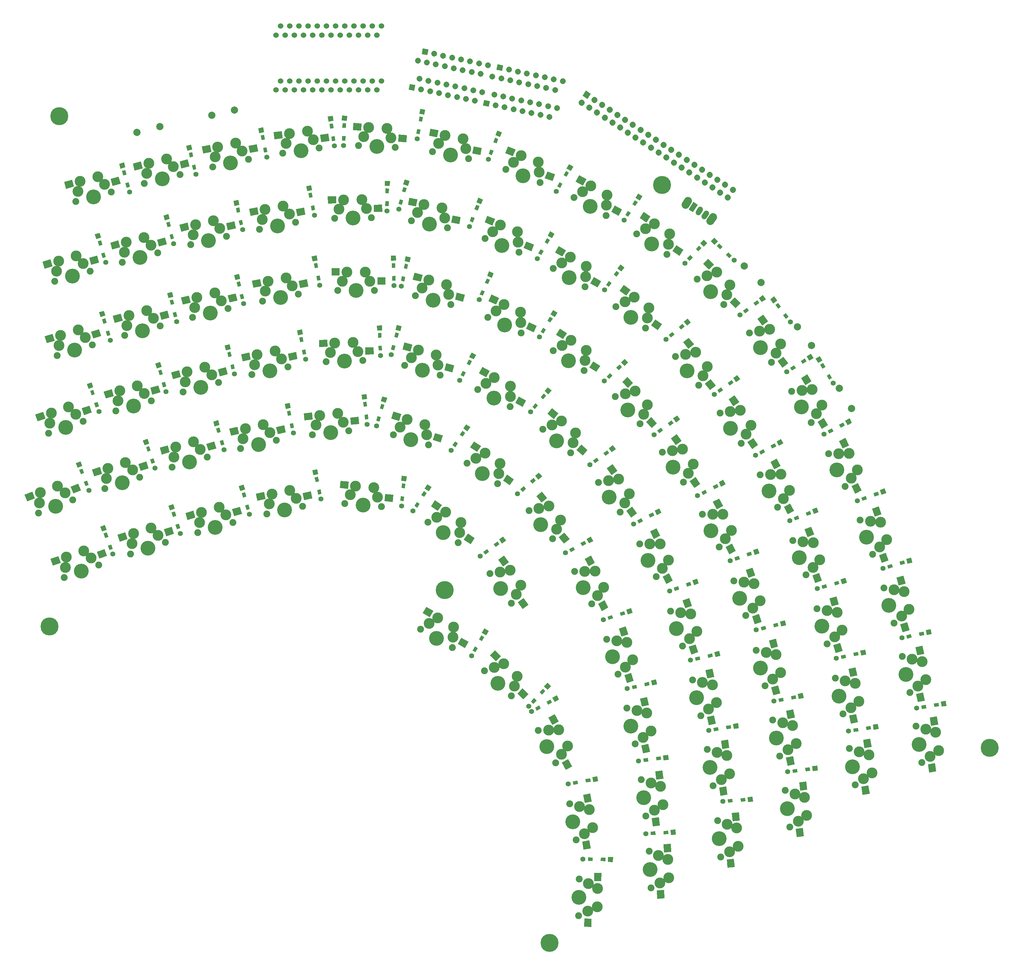
<source format=gbr>
G04 #@! TF.GenerationSoftware,KiCad,Pcbnew,(5.1.5)-3*
G04 #@! TF.CreationDate,2020-02-27T20:15:18+09:00*
G04 #@! TF.ProjectId,fan,66616e2e-6b69-4636-9164-5f7063625858,rev?*
G04 #@! TF.SameCoordinates,Original*
G04 #@! TF.FileFunction,Soldermask,Top*
G04 #@! TF.FilePolarity,Negative*
%FSLAX46Y46*%
G04 Gerber Fmt 4.6, Leading zero omitted, Abs format (unit mm)*
G04 Created by KiCad (PCBNEW (5.1.5)-3) date 2020-02-27 20:15:18*
%MOMM*%
%LPD*%
G04 APERTURE LIST*
%ADD10C,1.900000*%
%ADD11C,4.100000*%
%ADD12C,3.000000*%
%ADD13C,0.100000*%
%ADD14R,2.300000X2.000000*%
%ADD15C,5.000000*%
%ADD16C,1.397000*%
%ADD17C,2.000000*%
%ADD18C,1.700000*%
%ADD19C,2.200000*%
%ADD20C,1.500000*%
%ADD21C,1.600000*%
%ADD22C,1.524000*%
G04 APERTURE END LIST*
D10*
X321015809Y-245777010D03*
X323128191Y-255714990D03*
D11*
X322072000Y-250746000D03*
D12*
X327569086Y-252174304D03*
X325348639Y-253944646D03*
X326512894Y-247205314D03*
X323764351Y-246491162D03*
D13*
G36*
X327112265Y-245023009D02*
G01*
X325155970Y-245438832D01*
X324677773Y-243189093D01*
X326634068Y-242773270D01*
X327112265Y-245023009D01*
G37*
G36*
X327268249Y-257973579D02*
G01*
X325311954Y-258389402D01*
X324833757Y-256139663D01*
X326790052Y-255723840D01*
X327268249Y-257973579D01*
G37*
D10*
X163769774Y-124420658D03*
X173928226Y-124243342D03*
D11*
X168849000Y-124332000D03*
D12*
X171299955Y-119208445D03*
X172614091Y-121725892D03*
X166220729Y-119297103D03*
X164995251Y-121858881D03*
D13*
G36*
X164192884Y-118292341D02*
G01*
X164227789Y-120292036D01*
X161928140Y-120332177D01*
X161893235Y-118332482D01*
X164192884Y-118292341D01*
G37*
G36*
X176935279Y-120610308D02*
G01*
X176970184Y-122610003D01*
X174670535Y-122650144D01*
X174635630Y-120650449D01*
X176935279Y-120610308D01*
G37*
D10*
X164638000Y-144376000D03*
X174798000Y-144376000D03*
D11*
X169718000Y-144376000D03*
D12*
X172258000Y-139296000D03*
X173528000Y-141835999D03*
X167178000Y-139296000D03*
X165908000Y-141836000D03*
D14*
X164018000Y-139256000D03*
X176718000Y-141796000D03*
D10*
X206250956Y-151824099D03*
X215459044Y-156117901D03*
D11*
X210855000Y-153971000D03*
D12*
X215303923Y-150440407D03*
X215381483Y-153279153D03*
X210699879Y-148293506D03*
X208475418Y-150058803D03*
D13*
G36*
X209317723Y-146501483D02*
G01*
X208472487Y-148314099D01*
X206387979Y-147342077D01*
X207233215Y-145529461D01*
X209317723Y-146501483D01*
G37*
G36*
X219754382Y-154170757D02*
G01*
X218909146Y-155983373D01*
X216824638Y-155011351D01*
X217669874Y-153198735D01*
X219754382Y-154170757D01*
G37*
D10*
X92129097Y-119759801D03*
X101942903Y-117130199D03*
D11*
X97036000Y-118445000D03*
D12*
X98174651Y-112880696D03*
X100058777Y-115005447D03*
X93267748Y-114195497D03*
X92698422Y-116977649D03*
D13*
G36*
X91057065Y-113711160D02*
G01*
X91574703Y-115643012D01*
X89353073Y-116238296D01*
X88835435Y-114306444D01*
X91057065Y-113711160D01*
G37*
G36*
X103981724Y-112877610D02*
G01*
X104499362Y-114809462D01*
X102277732Y-115404746D01*
X101760094Y-113472894D01*
X103981724Y-112877610D01*
G37*
D10*
X170408962Y-104230133D03*
X180555038Y-104761867D03*
D11*
X175482000Y-104496000D03*
D12*
X178284386Y-99555895D03*
X179419712Y-102158880D03*
X173211348Y-99290029D03*
X171810155Y-101760081D03*
D13*
G36*
X171258532Y-98146259D02*
G01*
X171153860Y-100143518D01*
X168857012Y-100023145D01*
X168961684Y-98025886D01*
X171258532Y-98146259D01*
G37*
G36*
X183808194Y-101347444D02*
G01*
X183703522Y-103344703D01*
X181406674Y-103224330D01*
X181511346Y-101227071D01*
X183808194Y-101347444D01*
G37*
D15*
X194309000Y-227330000D03*
X84813000Y-237425000D03*
X223305000Y-325029000D03*
X345273000Y-271053000D03*
X254516000Y-115150000D03*
X87538000Y-96125000D03*
D16*
X256563574Y-227584415D03*
D13*
G36*
X264201461Y-224215731D02*
G01*
X264656280Y-225536620D01*
X263335391Y-225991439D01*
X262880572Y-224670550D01*
X264201461Y-224215731D01*
G37*
G36*
X262304237Y-225105376D02*
G01*
X262613527Y-226003619D01*
X261384353Y-226426858D01*
X261075063Y-225528615D01*
X262304237Y-225105376D01*
G37*
G36*
X258947647Y-226261142D02*
G01*
X259256937Y-227159385D01*
X258027763Y-227582624D01*
X257718473Y-226684381D01*
X258947647Y-226261142D01*
G37*
D16*
X218032979Y-178008629D03*
D13*
G36*
X222844926Y-171187302D02*
G01*
X223915090Y-172085276D01*
X223017116Y-173155440D01*
X221946952Y-172257466D01*
X222844926Y-171187302D01*
G37*
G36*
X221676889Y-172927018D02*
G01*
X222404631Y-173537666D01*
X221569007Y-174533524D01*
X220841265Y-173922876D01*
X221676889Y-172927018D01*
G37*
G36*
X219394993Y-175646476D02*
G01*
X220122735Y-176257124D01*
X219287111Y-177252982D01*
X218559369Y-176642334D01*
X219394993Y-175646476D01*
G37*
D10*
X190875334Y-105936690D03*
X200848666Y-107875310D03*
D11*
X195862000Y-106906000D03*
D12*
X199324643Y-102403989D03*
X200086655Y-105139648D03*
X194337977Y-101434679D03*
X192606655Y-103685685D03*
D13*
G36*
X192563347Y-100030261D02*
G01*
X192181729Y-101993516D01*
X189923987Y-101554655D01*
X190305605Y-99591400D01*
X192563347Y-100030261D01*
G37*
G36*
X204545357Y-104946868D02*
G01*
X204163739Y-106910123D01*
X201905997Y-106471262D01*
X202287615Y-104508007D01*
X204545357Y-104946868D01*
G37*
D10*
X231551658Y-307358774D03*
X231374342Y-317517226D03*
D11*
X231463000Y-312438000D03*
D12*
X236497897Y-315066271D03*
X233936120Y-316291749D03*
X236586555Y-309987045D03*
X234069107Y-308672909D03*
D13*
G36*
X237661476Y-307995501D02*
G01*
X235661781Y-307960596D01*
X235701922Y-305660947D01*
X237701617Y-305695852D01*
X237661476Y-307995501D01*
G37*
G36*
X234900217Y-320649238D02*
G01*
X232900522Y-320614333D01*
X232940663Y-318314684D01*
X234940358Y-318349589D01*
X234900217Y-320649238D01*
G37*
D10*
X241697194Y-148863051D03*
X249916806Y-154834949D03*
D11*
X245807000Y-151849000D03*
D12*
X250847852Y-149232168D03*
X250382330Y-152033558D03*
X246738046Y-146246219D03*
X244217620Y-147554635D03*
D13*
G36*
X245723219Y-144223393D02*
G01*
X244547648Y-145841427D01*
X242686909Y-144489521D01*
X243862480Y-142871487D01*
X245723219Y-144223393D01*
G37*
G36*
X254504760Y-153743169D02*
G01*
X253329189Y-155361203D01*
X251468450Y-154009297D01*
X252644021Y-152391263D01*
X254504760Y-153743169D01*
G37*
D10*
X81734411Y-206017509D03*
X91219589Y-202376491D03*
D11*
X86477000Y-204197000D03*
D12*
X87027785Y-198544157D03*
X89123686Y-200460323D03*
X82285197Y-200364666D03*
X82009804Y-203191088D03*
D13*
G36*
X80035998Y-200114062D02*
G01*
X80752733Y-201981223D01*
X78605498Y-202805470D01*
X77888763Y-200938309D01*
X80035998Y-200114062D01*
G37*
G36*
X92802724Y-197934083D02*
G01*
X93519459Y-199801244D01*
X91372224Y-200625491D01*
X90655489Y-198758330D01*
X92802724Y-197934083D01*
G37*
D16*
X247969399Y-274679322D03*
D13*
G36*
X256140769Y-272972259D02*
G01*
X256311020Y-274358846D01*
X254924433Y-274529097D01*
X254754182Y-273142510D01*
X256140769Y-272972259D01*
G37*
G36*
X254100036Y-273448008D02*
G01*
X254215812Y-274390926D01*
X252925502Y-274549356D01*
X252809726Y-273606438D01*
X254100036Y-273448008D01*
G37*
G36*
X250576498Y-273880644D02*
G01*
X250692274Y-274823562D01*
X249401964Y-274981992D01*
X249286188Y-274039074D01*
X250576498Y-273880644D01*
G37*
D16*
X306150907Y-266426015D03*
D13*
G36*
X314257724Y-264434815D02*
G01*
X314476263Y-265814616D01*
X313096462Y-266033155D01*
X312877923Y-264653354D01*
X314257724Y-264434815D01*
G37*
G36*
X312234838Y-264981495D02*
G01*
X312383451Y-265919799D01*
X311099456Y-266123163D01*
X310950843Y-265184859D01*
X312234838Y-264981495D01*
G37*
G36*
X308728544Y-265536837D02*
G01*
X308877157Y-266475141D01*
X307593162Y-266678505D01*
X307444549Y-265740201D01*
X308728544Y-265536837D01*
G37*
D16*
X289276399Y-277668322D03*
D13*
G36*
X297447769Y-275961259D02*
G01*
X297618020Y-277347846D01*
X296231433Y-277518097D01*
X296061182Y-276131510D01*
X297447769Y-275961259D01*
G37*
G36*
X295407036Y-276437008D02*
G01*
X295522812Y-277379926D01*
X294232502Y-277538356D01*
X294116726Y-276595438D01*
X295407036Y-276437008D01*
G37*
G36*
X291883498Y-276869644D02*
G01*
X291999274Y-277812562D01*
X290708964Y-277970992D01*
X290593188Y-277028074D01*
X291883498Y-276869644D01*
G37*
D16*
X249966221Y-294805400D03*
D13*
G36*
X258236765Y-293672501D02*
G01*
X258309878Y-295067586D01*
X256914793Y-295140699D01*
X256841680Y-293745614D01*
X258236765Y-293672501D01*
G37*
G36*
X256167817Y-294004737D02*
G01*
X256217536Y-294953435D01*
X254919317Y-295021471D01*
X254869598Y-294072773D01*
X256167817Y-294004737D01*
G37*
G36*
X252622683Y-294190529D02*
G01*
X252672402Y-295139227D01*
X251374183Y-295207263D01*
X251324464Y-294258565D01*
X252622683Y-294190529D01*
G37*
D16*
X182292936Y-143162350D03*
D13*
G36*
X183483595Y-134899924D02*
G01*
X184844790Y-135214181D01*
X184530533Y-136575376D01*
X183169338Y-136261119D01*
X183483595Y-134899924D01*
G37*
G36*
X183232680Y-136980301D02*
G01*
X184158332Y-137194004D01*
X183865896Y-138460685D01*
X182940244Y-138246982D01*
X183232680Y-136980301D01*
G37*
G36*
X182434104Y-140439315D02*
G01*
X183359756Y-140653018D01*
X183067320Y-141919699D01*
X182141668Y-141705996D01*
X182434104Y-140439315D01*
G37*
D16*
X201114749Y-126661570D03*
D13*
G36*
X203583276Y-118687129D02*
G01*
X204878552Y-119210455D01*
X204355226Y-120505731D01*
X203059950Y-119982405D01*
X203583276Y-118687129D01*
G37*
G36*
X203010009Y-120702641D02*
G01*
X203890834Y-121058518D01*
X203403845Y-122263857D01*
X202523020Y-121907980D01*
X203010009Y-120702641D01*
G37*
G36*
X201680155Y-123994143D02*
G01*
X202560980Y-124350020D01*
X202073991Y-125555359D01*
X201193166Y-125199482D01*
X201680155Y-123994143D01*
G37*
D16*
X186623018Y-102390000D03*
D13*
G36*
X187524595Y-94091053D02*
G01*
X188895929Y-94357613D01*
X188629369Y-95728947D01*
X187258035Y-95462387D01*
X187524595Y-94091053D01*
G37*
G36*
X187346439Y-96178920D02*
G01*
X188278985Y-96360189D01*
X188030933Y-97636304D01*
X187098387Y-97455035D01*
X187346439Y-96178920D01*
G37*
G36*
X186669067Y-99663696D02*
G01*
X187601613Y-99844965D01*
X187353561Y-101121080D01*
X186421015Y-100939811D01*
X186669067Y-99663696D01*
G37*
D16*
X232575580Y-301849506D03*
D13*
G36*
X240905004Y-301296291D02*
G01*
X240880623Y-302693078D01*
X239483836Y-302668697D01*
X239508217Y-301271910D01*
X240905004Y-301296291D01*
G37*
G36*
X238817921Y-301483394D02*
G01*
X238801341Y-302433250D01*
X237501539Y-302410562D01*
X237518119Y-301460706D01*
X238817921Y-301483394D01*
G37*
G36*
X235268461Y-301421438D02*
G01*
X235251881Y-302371294D01*
X233952079Y-302348606D01*
X233968659Y-301398750D01*
X235268461Y-301421438D01*
G37*
D16*
X217543586Y-259575458D03*
D13*
G36*
X222705939Y-253015316D02*
G01*
X223727640Y-253968067D01*
X222774889Y-254989768D01*
X221753188Y-254037017D01*
X222705939Y-253015316D01*
G37*
G36*
X221448453Y-254691518D02*
G01*
X222143239Y-255339416D01*
X221256641Y-256290176D01*
X220561855Y-255642278D01*
X221448453Y-254691518D01*
G37*
G36*
X219027359Y-257287824D02*
G01*
X219722145Y-257935722D01*
X218835547Y-258886482D01*
X218140761Y-258238584D01*
X219027359Y-257287824D01*
G37*
D16*
X214465371Y-200691021D03*
D13*
G36*
X220388724Y-194808910D02*
G01*
X221286698Y-195879074D01*
X220216534Y-196777048D01*
X219318560Y-195706884D01*
X220388724Y-194808910D01*
G37*
G36*
X218936334Y-196319369D02*
G01*
X219546982Y-197047111D01*
X218551124Y-197882735D01*
X217940476Y-197154993D01*
X218936334Y-196319369D01*
G37*
G36*
X216216876Y-198601265D02*
G01*
X216827524Y-199329007D01*
X215831666Y-200164631D01*
X215221018Y-199436889D01*
X216216876Y-198601265D01*
G37*
D16*
X238445618Y-169420388D03*
D13*
G36*
X244160081Y-163335138D02*
G01*
X245094856Y-164373311D01*
X244056683Y-165308086D01*
X243121908Y-164269913D01*
X244160081Y-163335138D01*
G37*
G36*
X242761289Y-164895364D02*
G01*
X243396963Y-165601352D01*
X242430875Y-166471222D01*
X241795201Y-165765234D01*
X242761289Y-164895364D01*
G37*
G36*
X240123125Y-167270778D02*
G01*
X240758799Y-167976766D01*
X239792711Y-168846636D01*
X239157037Y-168140648D01*
X240123125Y-167270778D01*
G37*
D16*
X219916000Y-135543557D03*
D13*
G36*
X223470331Y-127990274D02*
G01*
X224680169Y-128688774D01*
X223981669Y-129898612D01*
X222771831Y-129200112D01*
X223470331Y-127990274D01*
G37*
G36*
X222622138Y-129906388D02*
G01*
X223444862Y-130381388D01*
X222794862Y-131507222D01*
X221972138Y-131032222D01*
X222622138Y-129906388D01*
G37*
G36*
X220847138Y-132980778D02*
G01*
X221669862Y-133455778D01*
X221019862Y-134581612D01*
X220197138Y-134106612D01*
X220847138Y-132980778D01*
G37*
D16*
X175387822Y-181925407D03*
D13*
G36*
X177009269Y-173736619D02*
G01*
X178352152Y-174121684D01*
X177967087Y-175464567D01*
X176624204Y-175079502D01*
X177009269Y-173736619D01*
G37*
G36*
X176649821Y-175801012D02*
G01*
X177563020Y-176062868D01*
X177204691Y-177312508D01*
X176291492Y-177050652D01*
X176649821Y-175801012D01*
G37*
G36*
X175671309Y-179213492D02*
G01*
X176584508Y-179475348D01*
X176226179Y-180724988D01*
X175312980Y-180463132D01*
X175671309Y-179213492D01*
G37*
D16*
X163727250Y-104380921D03*
D13*
G36*
X161877835Y-96240589D02*
G01*
X163261240Y-96046164D01*
X163455665Y-97429569D01*
X162072260Y-97623994D01*
X161877835Y-96240589D01*
G37*
G36*
X162389128Y-98272707D02*
G01*
X163329883Y-98140493D01*
X163510808Y-99427841D01*
X162570053Y-99560055D01*
X162389128Y-98272707D01*
G37*
G36*
X162883192Y-101788159D02*
G01*
X163823947Y-101655945D01*
X164004872Y-102943293D01*
X163064117Y-103075507D01*
X162883192Y-101788159D01*
G37*
D16*
X178260506Y-122382420D03*
D13*
G36*
X177707291Y-114052996D02*
G01*
X179104078Y-114077377D01*
X179079697Y-115474164D01*
X177682910Y-115449783D01*
X177707291Y-114052996D01*
G37*
G36*
X177894394Y-116140079D02*
G01*
X178844250Y-116156659D01*
X178821562Y-117456461D01*
X177871706Y-117439881D01*
X177894394Y-116140079D01*
G37*
G36*
X177832438Y-119689539D02*
G01*
X178782294Y-119706119D01*
X178759606Y-121005921D01*
X177809750Y-120989341D01*
X177832438Y-119689539D01*
G37*
D16*
X260821586Y-136862458D03*
D13*
G36*
X265983939Y-130302316D02*
G01*
X267005640Y-131255067D01*
X266052889Y-132276768D01*
X265031188Y-131324017D01*
X265983939Y-130302316D01*
G37*
G36*
X264726453Y-131978518D02*
G01*
X265421239Y-132626416D01*
X264534641Y-133577176D01*
X263839855Y-132929278D01*
X264726453Y-131978518D01*
G37*
G36*
X262305359Y-134574824D02*
G01*
X263000145Y-135222722D01*
X262113547Y-136173482D01*
X261418761Y-135525584D01*
X262305359Y-134574824D01*
G37*
D16*
X201697000Y-245531557D03*
D13*
G36*
X205251331Y-237978274D02*
G01*
X206461169Y-238676774D01*
X205762669Y-239886612D01*
X204552831Y-239188112D01*
X205251331Y-237978274D01*
G37*
G36*
X204403138Y-239894388D02*
G01*
X205225862Y-240369388D01*
X204575862Y-241495222D01*
X203753138Y-241020222D01*
X204403138Y-239894388D01*
G37*
G36*
X202628138Y-242968778D02*
G01*
X203450862Y-243443778D01*
X202800862Y-244569612D01*
X201978138Y-244094612D01*
X202628138Y-242968778D01*
G37*
D16*
X185512925Y-205457335D03*
D13*
G36*
X189457694Y-198100423D02*
G01*
X190629317Y-198861284D01*
X189868456Y-200032907D01*
X188696833Y-199272046D01*
X189457694Y-198100423D01*
G37*
G36*
X188510381Y-199969521D02*
G01*
X189307118Y-200486928D01*
X188599087Y-201577199D01*
X187802350Y-201059792D01*
X188510381Y-199969521D01*
G37*
G36*
X186576913Y-202946801D02*
G01*
X187373650Y-203464208D01*
X186665619Y-204554479D01*
X185868882Y-204037072D01*
X186576913Y-202946801D01*
G37*
D16*
X225145000Y-116949557D03*
D13*
G36*
X228699331Y-109396274D02*
G01*
X229909169Y-110094774D01*
X229210669Y-111304612D01*
X228000831Y-110606112D01*
X228699331Y-109396274D01*
G37*
G36*
X227851138Y-111312388D02*
G01*
X228673862Y-111787388D01*
X228023862Y-112913222D01*
X227201138Y-112438222D01*
X227851138Y-111312388D01*
G37*
G36*
X226076138Y-114386778D02*
G01*
X226898862Y-114861778D01*
X226248862Y-115987612D01*
X225426138Y-115512612D01*
X226076138Y-114386778D01*
G37*
D16*
X206357749Y-108047570D03*
D13*
G36*
X208826276Y-100073129D02*
G01*
X210121552Y-100596455D01*
X209598226Y-101891731D01*
X208302950Y-101368405D01*
X208826276Y-100073129D01*
G37*
G36*
X208253009Y-102088641D02*
G01*
X209133834Y-102444518D01*
X208646845Y-103649857D01*
X207766020Y-103293980D01*
X208253009Y-102088641D01*
G37*
G36*
X206923155Y-105380143D02*
G01*
X207803980Y-105736020D01*
X207316991Y-106941359D01*
X206436166Y-106585482D01*
X206923155Y-105380143D01*
G37*
D16*
X158181982Y-123526000D03*
D13*
G36*
X155909071Y-115493613D02*
G01*
X157280405Y-115227053D01*
X157546965Y-116598387D01*
X156175631Y-116864947D01*
X155909071Y-115493613D01*
G37*
G36*
X156526015Y-117496189D02*
G01*
X157458561Y-117314920D01*
X157706613Y-118591035D01*
X156774067Y-118772304D01*
X156526015Y-117496189D01*
G37*
G36*
X157203387Y-120980965D02*
G01*
X158135933Y-120799696D01*
X158383985Y-122075811D01*
X157451439Y-122257080D01*
X157203387Y-120980965D01*
G37*
D16*
X182349937Y-204063502D03*
D13*
G36*
X182379099Y-195715778D02*
G01*
X183770783Y-195837534D01*
X183649027Y-197229218D01*
X182257343Y-197107462D01*
X182379099Y-195715778D01*
G37*
G36*
X182420160Y-197810828D02*
G01*
X183366545Y-197893626D01*
X183253242Y-199188680D01*
X182306857Y-199105882D01*
X182420160Y-197810828D01*
G37*
G36*
X182110758Y-201347320D02*
G01*
X183057143Y-201430118D01*
X182943840Y-202725172D01*
X181997455Y-202642374D01*
X182110758Y-201347320D01*
G37*
G36*
X257357784Y-155870841D02*
G01*
X257955638Y-156609130D01*
X256945348Y-157427247D01*
X256347494Y-156688958D01*
X257357784Y-155870841D01*
G37*
G36*
X260116652Y-153636753D02*
G01*
X260714506Y-154375042D01*
X259704216Y-155193159D01*
X259106362Y-154454870D01*
X260116652Y-153636753D01*
G37*
G36*
X261595182Y-152151872D02*
G01*
X262474343Y-153237545D01*
X261388670Y-154116706D01*
X260509509Y-153031033D01*
X261595182Y-152151872D01*
G37*
D16*
X255570074Y-157929711D03*
X238522085Y-144225801D03*
D13*
G36*
X242970436Y-137161984D02*
G01*
X244086130Y-138002720D01*
X243245394Y-139118414D01*
X242129700Y-138277678D01*
X242970436Y-137161984D01*
G37*
G36*
X241895050Y-138960447D02*
G01*
X242653754Y-139532171D01*
X241871394Y-140570397D01*
X241112690Y-139998673D01*
X241895050Y-138960447D01*
G37*
G36*
X239758606Y-141795603D02*
G01*
X240517310Y-142367327D01*
X239734950Y-143405553D01*
X238976246Y-142833829D01*
X239758606Y-141795603D01*
G37*
D16*
X145033144Y-107489742D03*
D13*
G36*
X142620394Y-99498248D02*
G01*
X143986866Y-99207796D01*
X144277318Y-100574268D01*
X142910846Y-100864720D01*
X142620394Y-99498248D01*
G37*
G36*
X143272194Y-101489750D02*
G01*
X144201435Y-101292234D01*
X144471720Y-102563826D01*
X143542479Y-102761342D01*
X143272194Y-101489750D01*
G37*
G36*
X144010280Y-104962174D02*
G01*
X144939521Y-104764658D01*
X145209806Y-106036250D01*
X144280565Y-106233766D01*
X144010280Y-104962174D01*
G37*
D16*
X159676982Y-142990000D03*
D13*
G36*
X157404071Y-134957613D02*
G01*
X158775405Y-134691053D01*
X159041965Y-136062387D01*
X157670631Y-136328947D01*
X157404071Y-134957613D01*
G37*
G36*
X158021015Y-136960189D02*
G01*
X158953561Y-136778920D01*
X159201613Y-138055035D01*
X158269067Y-138236304D01*
X158021015Y-136960189D01*
G37*
G36*
X158698387Y-140444965D02*
G01*
X159630933Y-140263696D01*
X159878985Y-141539811D01*
X158946439Y-141721080D01*
X158698387Y-140444965D01*
G37*
D16*
X220510008Y-157219063D03*
D13*
G36*
X224325779Y-149794427D02*
G01*
X225510502Y-150534724D01*
X224770205Y-151719447D01*
X223585482Y-150979150D01*
X224325779Y-149794427D01*
G37*
G36*
X223411232Y-151679772D02*
G01*
X224216877Y-152183195D01*
X223527982Y-153285658D01*
X222722337Y-152782235D01*
X223411232Y-151679772D01*
G37*
G36*
X221530018Y-154690342D02*
G01*
X222335663Y-155193765D01*
X221646768Y-156296228D01*
X220841123Y-155792805D01*
X221530018Y-154690342D01*
G37*
D16*
X203832333Y-146934608D03*
D13*
G36*
X206577661Y-139051175D02*
G01*
X207853884Y-139619386D01*
X207285673Y-140895609D01*
X206009450Y-140327398D01*
X206577661Y-139051175D01*
G37*
G36*
X205934403Y-141045453D02*
G01*
X206802271Y-141431852D01*
X206273513Y-142619461D01*
X205405645Y-142233062D01*
X205934403Y-141045453D01*
G37*
G36*
X204490487Y-144288539D02*
G01*
X205358355Y-144674938D01*
X204829597Y-145862547D01*
X203961729Y-145476148D01*
X204490487Y-144288539D01*
G37*
D16*
X180216494Y-143059420D03*
D13*
G36*
X179372922Y-134754377D02*
G01*
X180769709Y-134729996D01*
X180794090Y-136126783D01*
X179397303Y-136151164D01*
X179372922Y-134754377D01*
G37*
G36*
X179632750Y-136833659D02*
G01*
X180582606Y-136817079D01*
X180605294Y-138116881D01*
X179655438Y-138133461D01*
X179632750Y-136833659D01*
G37*
G36*
X179694706Y-140383119D02*
G01*
X180644562Y-140366539D01*
X180667250Y-141666341D01*
X179717394Y-141682921D01*
X179694706Y-140383119D01*
G37*
D16*
X176485967Y-162388679D03*
D13*
G36*
X175497581Y-154099624D02*
G01*
X176893730Y-154050869D01*
X176942485Y-155447018D01*
X175546336Y-155495773D01*
X175497581Y-154099624D01*
G37*
G36*
X175793658Y-156174054D02*
G01*
X176743079Y-156140900D01*
X176788448Y-157440108D01*
X175839027Y-157473262D01*
X175793658Y-156174054D01*
G37*
G36*
X175917552Y-159721892D02*
G01*
X176866973Y-159688738D01*
X176912342Y-160987946D01*
X175962921Y-161021100D01*
X175917552Y-159721892D01*
G37*
D16*
X172813253Y-181441128D03*
D13*
G36*
X171249060Y-173241212D02*
G01*
X172638407Y-173095185D01*
X172784434Y-174484532D01*
X171395087Y-174630559D01*
X171249060Y-173241212D01*
G37*
G36*
X171689121Y-175289936D02*
G01*
X172633916Y-175190634D01*
X172769803Y-176483512D01*
X171825008Y-176582814D01*
X171689121Y-175289936D01*
G37*
G36*
X172060197Y-178820488D02*
G01*
X173004992Y-178721186D01*
X173140879Y-180014064D01*
X172196084Y-180113366D01*
X172060197Y-178820488D01*
G37*
D16*
X166245033Y-104298679D03*
D13*
G36*
X165837270Y-95960869D02*
G01*
X167233419Y-96009624D01*
X167184664Y-97405773D01*
X165788515Y-97357018D01*
X165837270Y-95960869D01*
G37*
G36*
X165987921Y-98050900D02*
G01*
X166937342Y-98084054D01*
X166891973Y-99383262D01*
X165942552Y-99350108D01*
X165987921Y-98050900D01*
G37*
G36*
X165864027Y-101598738D02*
G01*
X166813448Y-101631892D01*
X166768079Y-102931100D01*
X165818658Y-102897946D01*
X165864027Y-101598738D01*
G37*
D16*
X285430000Y-258116982D03*
D13*
G36*
X293462387Y-255844071D02*
G01*
X293728947Y-257215405D01*
X292357613Y-257481965D01*
X292091053Y-256110631D01*
X293462387Y-255844071D01*
G37*
G36*
X291459811Y-256461015D02*
G01*
X291641080Y-257393561D01*
X290364965Y-257641613D01*
X290183696Y-256709067D01*
X291459811Y-256461015D01*
G37*
G36*
X287975035Y-257138387D02*
G01*
X288156304Y-258070933D01*
X286880189Y-258318985D01*
X286698920Y-257386439D01*
X287975035Y-257138387D01*
G37*
D16*
X267410907Y-266202015D03*
D13*
G36*
X275517724Y-264210815D02*
G01*
X275736263Y-265590616D01*
X274356462Y-265809155D01*
X274137923Y-264429354D01*
X275517724Y-264210815D01*
G37*
G36*
X273494838Y-264757495D02*
G01*
X273643451Y-265695799D01*
X272359456Y-265899163D01*
X272210843Y-264960859D01*
X273494838Y-264757495D01*
G37*
G36*
X269988544Y-265312837D02*
G01*
X270137157Y-266251141D01*
X268853162Y-266454505D01*
X268704549Y-265516201D01*
X269988544Y-265312837D01*
G37*
D16*
X228490882Y-281048600D03*
D13*
G36*
X236561713Y-278916219D02*
G01*
X236804299Y-280291995D01*
X235428523Y-280534581D01*
X235185937Y-279158805D01*
X236561713Y-278916219D01*
G37*
G36*
X234548676Y-279498119D02*
G01*
X234713642Y-280433686D01*
X233433392Y-280659429D01*
X233268426Y-279723862D01*
X234548676Y-279498119D01*
G37*
G36*
X231052608Y-280114571D02*
G01*
X231217574Y-281050138D01*
X229937324Y-281275881D01*
X229772358Y-280340314D01*
X231052608Y-280114571D01*
G37*
D16*
X276104645Y-151146462D03*
D13*
G36*
X282423885Y-145691872D02*
G01*
X283245021Y-146822068D01*
X282114825Y-147643204D01*
X281293689Y-146513008D01*
X282423885Y-145691872D01*
G37*
G36*
X280869668Y-147097338D02*
G01*
X281428064Y-147865904D01*
X280376342Y-148630024D01*
X279817946Y-147861458D01*
X280869668Y-147097338D01*
G37*
G36*
X277997658Y-149183976D02*
G01*
X278556054Y-149952542D01*
X277504332Y-150716662D01*
X276945936Y-149948096D01*
X277997658Y-149183976D01*
G37*
D16*
X196018674Y-188667969D03*
D13*
G36*
X200217791Y-181453210D02*
G01*
X201362147Y-182254496D01*
X200560861Y-183398852D01*
X199416505Y-182597566D01*
X200217791Y-181453210D01*
G37*
G36*
X199205825Y-183288107D02*
G01*
X199984020Y-183833005D01*
X199238371Y-184897903D01*
X198460176Y-184353005D01*
X199205825Y-183288107D01*
G37*
G36*
X197169629Y-186196097D02*
G01*
X197947824Y-186740995D01*
X197202175Y-187805893D01*
X196423980Y-187260995D01*
X197169629Y-186196097D01*
G37*
D16*
X179504899Y-162159177D03*
D13*
G36*
X180983187Y-153943339D02*
G01*
X182332585Y-154304909D01*
X181971015Y-155654307D01*
X180621617Y-155292737D01*
X180983187Y-153943339D01*
G37*
G36*
X180659822Y-156013691D02*
G01*
X181577451Y-156259569D01*
X181240986Y-157515273D01*
X180323357Y-157269395D01*
X180659822Y-156013691D01*
G37*
G36*
X179741014Y-159442727D02*
G01*
X180658643Y-159688605D01*
X180322178Y-160944309D01*
X179404549Y-160698431D01*
X179741014Y-159442727D01*
G37*
D16*
X243955925Y-124909335D03*
D13*
G36*
X247900694Y-117552423D02*
G01*
X249072317Y-118313284D01*
X248311456Y-119484907D01*
X247139833Y-118724046D01*
X247900694Y-117552423D01*
G37*
G36*
X246953381Y-119421521D02*
G01*
X247750118Y-119938928D01*
X247042087Y-121029199D01*
X246245350Y-120511792D01*
X246953381Y-119421521D01*
G37*
G36*
X245019913Y-122398801D02*
G01*
X245816650Y-122916208D01*
X245108619Y-124006479D01*
X244311882Y-123489072D01*
X245019913Y-122398801D01*
G37*
D16*
X181564822Y-121865407D03*
D13*
G36*
X183186269Y-113676619D02*
G01*
X184529152Y-114061684D01*
X184144087Y-115404567D01*
X182801204Y-115019502D01*
X183186269Y-113676619D01*
G37*
G36*
X182826821Y-115741012D02*
G01*
X183740020Y-116002868D01*
X183381691Y-117252508D01*
X182468492Y-116990652D01*
X182826821Y-115741012D01*
G37*
G36*
X181848309Y-119153492D02*
G01*
X182761508Y-119415348D01*
X182403179Y-120664988D01*
X181489980Y-120403132D01*
X181848309Y-119153492D01*
G37*
D10*
X186151898Y-145842037D03*
X196010102Y-148299963D03*
D11*
X191081000Y-147071000D03*
D12*
X194774514Y-142756379D03*
X195392309Y-145528170D03*
X189845412Y-141527416D03*
X187998655Y-143684726D03*
D13*
G36*
X188146716Y-140032045D02*
G01*
X187662872Y-141972637D01*
X185431192Y-141416217D01*
X185915036Y-139475625D01*
X188146716Y-140032045D01*
G37*
G36*
X199854991Y-145569004D02*
G01*
X199371147Y-147509596D01*
X197139467Y-146953176D01*
X197623311Y-145012584D01*
X199854991Y-145569004D01*
G37*
D10*
X185043334Y-125082690D03*
X195016666Y-127021310D03*
D11*
X190030000Y-126052000D03*
D12*
X193492643Y-121549989D03*
X194254655Y-124285648D03*
X188505977Y-120580679D03*
X186774655Y-122831685D03*
D13*
G36*
X186731347Y-119176261D02*
G01*
X186349729Y-121139516D01*
X184091987Y-120700655D01*
X184473605Y-118737400D01*
X186731347Y-119176261D01*
G37*
G36*
X198713357Y-124092868D02*
G01*
X198331739Y-126056123D01*
X196073997Y-125617262D01*
X196455615Y-123654007D01*
X198713357Y-124092868D01*
G37*
D10*
X205428906Y-130030999D03*
X214849094Y-133837001D03*
D11*
X210139000Y-131934000D03*
D12*
X214397048Y-128175407D03*
X214623072Y-131006203D03*
X209686955Y-126272405D03*
X207557930Y-128151702D03*
D13*
G36*
X208212906Y-124555175D02*
G01*
X207463693Y-126409542D01*
X205331170Y-125547947D01*
X206080383Y-123693580D01*
X208212906Y-124555175D01*
G37*
G36*
X219036640Y-131667726D02*
G01*
X218287427Y-133522093D01*
X216154904Y-132660498D01*
X216904117Y-130806131D01*
X219036640Y-131667726D01*
G37*
D16*
X198452313Y-169249030D03*
D13*
G36*
X201740874Y-161576305D02*
G01*
X202974352Y-162232157D01*
X202318500Y-163465635D01*
X201085022Y-162809783D01*
X201740874Y-161576305D01*
G37*
G36*
X200960068Y-163520853D02*
G01*
X201798869Y-163966851D01*
X201188556Y-165114683D01*
X200349755Y-164668685D01*
X200960068Y-163520853D01*
G37*
G36*
X199293444Y-166655317D02*
G01*
X200132245Y-167101315D01*
X199521932Y-168249147D01*
X198683131Y-167803149D01*
X199293444Y-166655317D01*
G37*
D16*
X271330281Y-285848772D03*
D13*
G36*
X279579793Y-284571705D02*
G01*
X279677242Y-285965302D01*
X278283645Y-286062751D01*
X278186196Y-284669154D01*
X279579793Y-284571705D01*
G37*
G36*
X277516958Y-284939997D02*
G01*
X277583227Y-285887683D01*
X276286394Y-285978367D01*
X276220125Y-285030681D01*
X277516958Y-284939997D01*
G37*
G36*
X273975606Y-285187633D02*
G01*
X274041875Y-286135319D01*
X272745042Y-286226003D01*
X272678773Y-285278317D01*
X273975606Y-285187633D01*
G37*
D10*
X269871249Y-291173331D03*
X270756751Y-301294669D03*
D11*
X270314000Y-296234000D03*
D12*
X275596045Y-298321583D03*
X273176399Y-299808126D03*
X275153293Y-293260914D03*
X272512271Y-292217123D03*
D13*
G36*
X276014153Y-291167921D02*
G01*
X274021763Y-291342233D01*
X273821305Y-289050985D01*
X275813695Y-288876673D01*
X276014153Y-291167921D01*
G37*
G36*
X274590697Y-304040969D02*
G01*
X272598307Y-304215281D01*
X272397849Y-301924033D01*
X274390239Y-301749721D01*
X274590697Y-304040969D01*
G37*
D10*
X300604728Y-189586687D03*
X305217272Y-198639313D03*
D11*
X302911000Y-194113000D03*
D12*
X308590449Y-194069885D03*
X306903861Y-196354599D03*
X306284177Y-189543572D03*
X303444453Y-189565129D03*
D13*
G36*
X306298304Y-187280498D02*
G01*
X304516291Y-188188479D01*
X303472112Y-186139164D01*
X305254125Y-185231183D01*
X306298304Y-187280498D01*
G37*
G36*
X309800826Y-199749417D02*
G01*
X308018813Y-200657398D01*
X306974634Y-198608083D01*
X308756647Y-197700102D01*
X309800826Y-199749417D01*
G37*
D10*
X262912249Y-252238200D03*
X265197751Y-262137800D03*
D11*
X264055000Y-257188000D03*
D12*
X269576176Y-258520149D03*
X267386964Y-260328974D03*
X268433424Y-253570349D03*
X265672836Y-252904274D03*
D13*
G36*
X268994618Y-251377916D02*
G01*
X267045878Y-251827818D01*
X266528490Y-249586766D01*
X268477230Y-249136864D01*
X268994618Y-251377916D01*
G37*
G36*
X269376596Y-264323792D02*
G01*
X267427856Y-264773694D01*
X266910468Y-262532642D01*
X268859208Y-262082740D01*
X269376596Y-264323792D01*
G37*
D10*
X224339554Y-161060234D03*
X232860446Y-166593766D03*
D11*
X228600000Y-163827000D03*
D12*
X233496990Y-160949937D03*
X233178719Y-163771851D03*
X229236543Y-158183170D03*
X226788048Y-159621702D03*
D13*
G36*
X228117240Y-156216228D02*
G01*
X227027962Y-157893569D01*
X225099020Y-156640900D01*
X226188298Y-154963559D01*
X228117240Y-156216228D01*
G37*
G36*
X237384973Y-165263367D02*
G01*
X236295695Y-166940708D01*
X234366753Y-165688039D01*
X235456031Y-164010698D01*
X237384973Y-165263367D01*
G37*
D10*
X149447438Y-106380999D03*
X159508562Y-104967001D03*
D11*
X154478000Y-105674000D03*
D12*
X156286282Y-100289939D03*
X157897422Y-102628469D03*
X151255720Y-100996938D03*
X150351579Y-103688969D03*
D13*
G36*
X149120541Y-100246797D02*
G01*
X149398887Y-102227333D01*
X147121271Y-102547431D01*
X146842925Y-100566895D01*
X149120541Y-100246797D01*
G37*
G36*
X162050445Y-100994580D02*
G01*
X162328791Y-102975116D01*
X160051175Y-103295214D01*
X159772829Y-101314678D01*
X162050445Y-100994580D01*
G37*
D10*
X111093898Y-114744963D03*
X120952102Y-112287037D03*
D11*
X116023000Y-113516000D03*
D12*
X117258588Y-107972416D03*
X119105345Y-110129725D03*
X112329486Y-109201379D03*
X111711692Y-111973171D03*
D13*
G36*
X110127592Y-108678535D02*
G01*
X110611436Y-110619127D01*
X108379756Y-111175547D01*
X107895912Y-109234955D01*
X110127592Y-108678535D01*
G37*
G36*
X123064830Y-108070678D02*
G01*
X123548674Y-110011270D01*
X121316994Y-110567690D01*
X120833150Y-108627098D01*
X123064830Y-108070678D01*
G37*
D10*
X306406313Y-271258543D03*
X307995687Y-281293457D03*
D11*
X307201000Y-276276000D03*
D12*
X312615800Y-277990041D03*
X310305745Y-279641749D03*
X311821113Y-272972585D03*
X309113713Y-272115564D03*
D13*
G36*
X312533876Y-270824639D02*
G01*
X310558499Y-271137508D01*
X310198700Y-268865825D01*
X312174077Y-268552956D01*
X312533876Y-270824639D01*
G37*
G36*
X312011865Y-283765624D02*
G01*
X310036488Y-284078493D01*
X309676689Y-281806810D01*
X311652066Y-281493941D01*
X312011865Y-283765624D01*
G37*
D10*
X250882133Y-299705962D03*
X251413867Y-309852038D03*
D11*
X251148000Y-304779000D03*
D12*
X256353971Y-307049652D03*
X253883920Y-308450845D03*
X256088105Y-301976614D03*
X253485119Y-300841288D03*
D13*
G36*
X257021484Y-299914940D02*
G01*
X255024225Y-300019612D01*
X254903852Y-297722764D01*
X256901111Y-297618092D01*
X257021484Y-299914940D01*
G37*
G36*
X255149632Y-312730468D02*
G01*
X253152373Y-312835140D01*
X253032000Y-310538292D01*
X255029259Y-310433620D01*
X255149632Y-312730468D01*
G37*
D10*
X86264791Y-141824238D03*
X96031209Y-139023762D03*
D11*
X91148000Y-140424000D03*
D12*
X92189367Y-134840672D03*
X94110288Y-136932216D03*
X87306158Y-136240909D03*
X86785474Y-139032574D03*
D13*
G36*
X85087359Y-135795228D02*
G01*
X85638633Y-137717752D01*
X83427731Y-138351718D01*
X82876457Y-136429194D01*
X85087359Y-135795228D01*
G37*
G36*
X97995501Y-134736238D02*
G01*
X98546775Y-136658762D01*
X96335873Y-137292728D01*
X95784599Y-135370204D01*
X97995501Y-134736238D01*
G37*
D17*
X109059539Y-100575246D03*
X115366461Y-99002754D03*
D10*
X86928972Y-162414248D03*
X96645028Y-159443752D03*
D11*
X91787000Y-160929000D03*
D12*
X92730766Y-155328348D03*
X94687897Y-157386049D03*
X87872738Y-156813596D03*
X87400855Y-159613922D03*
D13*
G36*
X85646499Y-156406706D02*
G01*
X86231242Y-158319315D01*
X84031741Y-158991770D01*
X83446998Y-157079161D01*
X85646499Y-156406706D01*
G37*
G36*
X98534193Y-155122600D02*
G01*
X99118936Y-157035209D01*
X96919435Y-157707664D01*
X96334692Y-155795055D01*
X98534193Y-155122600D01*
G37*
D10*
X217619639Y-205378494D03*
X224150361Y-213161506D03*
D11*
X220885000Y-209270000D03*
D12*
X226409186Y-207950392D03*
X225279774Y-210555948D03*
X223143825Y-204058886D03*
X220381732Y-204718690D03*
D13*
G36*
X222648508Y-201850637D02*
G01*
X221116419Y-203136213D01*
X219638008Y-201374311D01*
X221170097Y-200088735D01*
X222648508Y-201850637D01*
G37*
G36*
X228866158Y-213212082D02*
G01*
X227334069Y-214497658D01*
X225855658Y-212735756D01*
X227387747Y-211450180D01*
X228866158Y-213212082D01*
G37*
D16*
X290012915Y-153097801D03*
D13*
G36*
X284448870Y-146874720D02*
G01*
X285564564Y-146033984D01*
X286405300Y-147149678D01*
X285289606Y-147990414D01*
X284448870Y-146874720D01*
G37*
G36*
X285881246Y-148404171D02*
G01*
X286639950Y-147832447D01*
X287422310Y-148870673D01*
X286663606Y-149442397D01*
X285881246Y-148404171D01*
G37*
G36*
X288017690Y-151239327D02*
G01*
X288776394Y-150667603D01*
X289558754Y-151705829D01*
X288800050Y-152277553D01*
X288017690Y-151239327D01*
G37*
D16*
X301870295Y-170046807D03*
D13*
G36*
X296987220Y-163276216D02*
G01*
X298184682Y-162556708D01*
X298904190Y-163754170D01*
X297706728Y-164473678D01*
X296987220Y-163276216D01*
G37*
G36*
X298251878Y-164947012D02*
G01*
X299066187Y-164457726D01*
X299735736Y-165572044D01*
X298921427Y-166061330D01*
X298251878Y-164947012D01*
G37*
G36*
X300080264Y-167989956D02*
G01*
X300894573Y-167500670D01*
X301564122Y-168614988D01*
X300749813Y-169104274D01*
X300080264Y-167989956D01*
G37*
D16*
X262368650Y-246791064D03*
D13*
G36*
X270316819Y-244239210D02*
G01*
X270631076Y-245600405D01*
X269269881Y-245914662D01*
X268955624Y-244553467D01*
X270316819Y-244239210D01*
G37*
G36*
X268336996Y-244925668D02*
G01*
X268550699Y-245851320D01*
X267284018Y-246143756D01*
X267070315Y-245218104D01*
X268336996Y-244925668D01*
G37*
G36*
X264877982Y-245724244D02*
G01*
X265091685Y-246649896D01*
X263825004Y-246942332D01*
X263611301Y-246016680D01*
X264877982Y-245724244D01*
G37*
D16*
X324978907Y-260042015D03*
D13*
G36*
X333085724Y-258050815D02*
G01*
X333304263Y-259430616D01*
X331924462Y-259649155D01*
X331705923Y-258269354D01*
X333085724Y-258050815D01*
G37*
G36*
X331062838Y-258597495D02*
G01*
X331211451Y-259535799D01*
X329927456Y-259739163D01*
X329778843Y-258800859D01*
X331062838Y-258597495D01*
G37*
G36*
X327556544Y-259152837D02*
G01*
X327705157Y-260091141D01*
X326421162Y-260294505D01*
X326272549Y-259356201D01*
X327556544Y-259152837D01*
G37*
D10*
X248271728Y-214586687D03*
X252884272Y-223639313D03*
D11*
X250578000Y-219113000D03*
D12*
X256257449Y-219069885D03*
X254570861Y-221354599D03*
X253951177Y-214543572D03*
X251111453Y-214565129D03*
D13*
G36*
X253965304Y-212280498D02*
G01*
X252183291Y-213188479D01*
X251139112Y-211139164D01*
X252921125Y-210231183D01*
X253965304Y-212280498D01*
G37*
G36*
X257467826Y-224749417D02*
G01*
X255685813Y-225657398D01*
X254641634Y-223608083D01*
X256423647Y-222700102D01*
X257467826Y-224749417D01*
G37*
D10*
X264247754Y-141236135D03*
X271556246Y-148293865D03*
D11*
X267902000Y-144765000D03*
D12*
X273257988Y-142875186D03*
X272407118Y-145584525D03*
X269603741Y-139346322D03*
X266925748Y-140291229D03*
D13*
G36*
X268880313Y-137201945D02*
G01*
X267490996Y-138640625D01*
X265836515Y-137042911D01*
X267225832Y-135604231D01*
X268880313Y-137201945D01*
G37*
G36*
X276251496Y-147851229D02*
G01*
X274862179Y-149289909D01*
X273207698Y-147692195D01*
X274597015Y-146253515D01*
X276251496Y-147851229D01*
G37*
D16*
X289842059Y-208131382D03*
D13*
G36*
X297357727Y-204498192D02*
G01*
X297858367Y-205802404D01*
X296554155Y-206303044D01*
X296053515Y-204998832D01*
X297357727Y-204498192D01*
G37*
G36*
X295492708Y-205453507D02*
G01*
X295833157Y-206340409D01*
X294619502Y-206806287D01*
X294279053Y-205919385D01*
X295492708Y-205453507D01*
G37*
G36*
X292178498Y-206725713D02*
G01*
X292518947Y-207612615D01*
X291305292Y-208078493D01*
X290964843Y-207191591D01*
X292178498Y-206725713D01*
G37*
D16*
X274451685Y-136042648D03*
D13*
G36*
X267982637Y-130766592D02*
G01*
X268953075Y-129761674D01*
X269957993Y-130732112D01*
X268987555Y-131737030D01*
X267982637Y-130766592D01*
G37*
G36*
X269636638Y-132053139D02*
G01*
X270296564Y-131369767D01*
X271231706Y-132272823D01*
X270571780Y-132956195D01*
X269636638Y-132053139D01*
G37*
G36*
X272190294Y-134519177D02*
G01*
X272850220Y-133835805D01*
X273785362Y-134738861D01*
X273125436Y-135422233D01*
X272190294Y-134519177D01*
G37*
D17*
X129727297Y-95905091D03*
X136060703Y-94442909D03*
D16*
X264339265Y-201230704D03*
D13*
G36*
X271433991Y-196831816D02*
G01*
X272068215Y-198076552D01*
X270823479Y-198710776D01*
X270189255Y-197466040D01*
X271433991Y-196831816D01*
G37*
G36*
X269679046Y-197976845D02*
G01*
X270110337Y-198823301D01*
X268952028Y-199413489D01*
X268520737Y-198567033D01*
X269679046Y-197976845D01*
G37*
G36*
X266515972Y-199588511D02*
G01*
X266947263Y-200434967D01*
X265788954Y-201025155D01*
X265357663Y-200178699D01*
X266515972Y-199588511D01*
G37*
D16*
X246585265Y-209113704D03*
D13*
G36*
X253679991Y-204714816D02*
G01*
X254314215Y-205959552D01*
X253069479Y-206593776D01*
X252435255Y-205349040D01*
X253679991Y-204714816D01*
G37*
G36*
X251925046Y-205859845D02*
G01*
X252356337Y-206706301D01*
X251198028Y-207296489D01*
X250766737Y-206450033D01*
X251925046Y-205859845D01*
G37*
G36*
X248761972Y-207471511D02*
G01*
X249193263Y-208317967D01*
X248034954Y-208908155D01*
X247603663Y-208061699D01*
X248761972Y-207471511D01*
G37*
D16*
X315657593Y-221326178D03*
D13*
G36*
X323461316Y-218361848D02*
G01*
X323846381Y-219704731D01*
X322503498Y-220089796D01*
X322118433Y-218746913D01*
X323461316Y-218361848D01*
G37*
G36*
X321520132Y-219150980D02*
G01*
X321781988Y-220064179D01*
X320532348Y-220422508D01*
X320270492Y-219509309D01*
X321520132Y-219150980D01*
G37*
G36*
X318107652Y-220129492D02*
G01*
X318369508Y-221042691D01*
X317119868Y-221401020D01*
X316858012Y-220487821D01*
X318107652Y-220129492D01*
G37*
D16*
X302750258Y-246245144D03*
D13*
G36*
X310741752Y-243832394D02*
G01*
X311032204Y-245198866D01*
X309665732Y-245489318D01*
X309375280Y-244122846D01*
X310741752Y-243832394D01*
G37*
G36*
X308750250Y-244484194D02*
G01*
X308947766Y-245413435D01*
X307676174Y-245683720D01*
X307478658Y-244754479D01*
X308750250Y-244484194D01*
G37*
G36*
X305277826Y-245222280D02*
G01*
X305475342Y-246151521D01*
X304203750Y-246421806D01*
X304006234Y-245492565D01*
X305277826Y-245222280D01*
G37*
D16*
X227760970Y-217062687D03*
D13*
G36*
X234777843Y-212540648D02*
G01*
X235433695Y-213774126D01*
X234200217Y-214429978D01*
X233544365Y-213196500D01*
X234777843Y-212540648D01*
G37*
G36*
X233043149Y-213716131D02*
G01*
X233489147Y-214554932D01*
X232341315Y-215165245D01*
X231895317Y-214326444D01*
X233043149Y-213716131D01*
G37*
G36*
X229908685Y-215382755D02*
G01*
X230354683Y-216221556D01*
X229206851Y-216831869D01*
X228760853Y-215993068D01*
X229908685Y-215382755D01*
G37*
D16*
X273356574Y-219215415D03*
D13*
G36*
X280994461Y-215846731D02*
G01*
X281449280Y-217167620D01*
X280128391Y-217622439D01*
X279673572Y-216301550D01*
X280994461Y-215846731D01*
G37*
G36*
X279097237Y-216736376D02*
G01*
X279406527Y-217634619D01*
X278177353Y-218057858D01*
X277868063Y-217159615D01*
X279097237Y-216736376D01*
G37*
G36*
X275740647Y-217892142D02*
G01*
X276049937Y-218790385D01*
X274820763Y-219213624D01*
X274511473Y-218315381D01*
X275740647Y-217892142D01*
G37*
D10*
X224350591Y-138322000D03*
X233149409Y-143402000D03*
D11*
X228750000Y-140862000D03*
D12*
X233489705Y-137732591D03*
X233319557Y-140567295D03*
X229090295Y-135192591D03*
X226720443Y-136757295D03*
D13*
G36*
X227869584Y-133286925D02*
G01*
X226869584Y-135018975D01*
X224877726Y-133868975D01*
X225877726Y-132136925D01*
X227869584Y-133286925D01*
G37*
G36*
X237598107Y-141836629D02*
G01*
X236598107Y-143568679D01*
X234606249Y-142418679D01*
X235606249Y-140686629D01*
X237598107Y-141836629D01*
G37*
D10*
X221417494Y-182811639D03*
X229200506Y-189342361D03*
D11*
X225309000Y-186077000D03*
D12*
X230520114Y-183818175D03*
X229860310Y-186580267D03*
X226628608Y-180552814D03*
X224023051Y-181682226D03*
D13*
G36*
X225757358Y-178464124D02*
G01*
X224471782Y-179996213D01*
X222709880Y-178517802D01*
X223995456Y-176985713D01*
X225757358Y-178464124D01*
G37*
G36*
X233853442Y-188573280D02*
G01*
X232567866Y-190105369D01*
X230805964Y-188626958D01*
X232091540Y-187094869D01*
X233853442Y-188573280D01*
G37*
D16*
X268916031Y-173153326D03*
D13*
G36*
X275329504Y-167809853D02*
G01*
X276130790Y-168954209D01*
X274986434Y-169755495D01*
X274185148Y-168611139D01*
X275329504Y-167809853D01*
G37*
G36*
X273750995Y-169187980D02*
G01*
X274295893Y-169966175D01*
X273230995Y-170711824D01*
X272686097Y-169933629D01*
X273750995Y-169187980D01*
G37*
G36*
X270843005Y-171224176D02*
G01*
X271387903Y-172002371D01*
X270323005Y-172748020D01*
X269778107Y-171969825D01*
X270843005Y-171224176D01*
G37*
D17*
X277235146Y-137648360D03*
X281910854Y-142163640D03*
D16*
X280410970Y-190044687D03*
D13*
G36*
X287427843Y-185522648D02*
G01*
X288083695Y-186756126D01*
X286850217Y-187411978D01*
X286194365Y-186178500D01*
X287427843Y-185522648D01*
G37*
G36*
X285693149Y-186698131D02*
G01*
X286139147Y-187536932D01*
X284991315Y-188147245D01*
X284545317Y-187308444D01*
X285693149Y-186698131D01*
G37*
G36*
X282558685Y-188364755D02*
G01*
X283004683Y-189203556D01*
X281856851Y-189813869D01*
X281410853Y-188975068D01*
X282558685Y-188364755D01*
G37*
D16*
X234526645Y-192680462D03*
D13*
G36*
X240845885Y-187225872D02*
G01*
X241667021Y-188356068D01*
X240536825Y-189177204D01*
X239715689Y-188047008D01*
X240845885Y-187225872D01*
G37*
G36*
X239291668Y-188631338D02*
G01*
X239850064Y-189399904D01*
X238798342Y-190164024D01*
X238239946Y-189395458D01*
X239291668Y-188631338D01*
G37*
G36*
X236419658Y-190717976D02*
G01*
X236978054Y-191486542D01*
X235926332Y-192250662D01*
X235367936Y-191482096D01*
X236419658Y-190717976D01*
G37*
D16*
X252278031Y-184345326D03*
D13*
G36*
X258691504Y-179001853D02*
G01*
X259492790Y-180146209D01*
X258348434Y-180947495D01*
X257547148Y-179803139D01*
X258691504Y-179001853D01*
G37*
G36*
X257112995Y-180379980D02*
G01*
X257657893Y-181158175D01*
X256592995Y-181903824D01*
X256048097Y-181125629D01*
X257112995Y-180379980D01*
G37*
G36*
X254205005Y-182416176D02*
G01*
X254749903Y-183194371D01*
X253685005Y-183940020D01*
X253140107Y-183161825D01*
X254205005Y-182416176D01*
G37*
D16*
X238217475Y-235571355D03*
D13*
G36*
X245912990Y-232336484D02*
G01*
X246344686Y-233665110D01*
X245016060Y-234096806D01*
X244584364Y-232768180D01*
X245912990Y-232336484D01*
G37*
G36*
X244000529Y-233192882D02*
G01*
X244294095Y-234096386D01*
X243057721Y-234498108D01*
X242764155Y-233594604D01*
X244000529Y-233192882D01*
G37*
G36*
X240624279Y-234289892D02*
G01*
X240917845Y-235193396D01*
X239681471Y-235595118D01*
X239387905Y-234691614D01*
X240624279Y-234289892D01*
G37*
D16*
X297496593Y-226965178D03*
D13*
G36*
X305300316Y-224000848D02*
G01*
X305685381Y-225343731D01*
X304342498Y-225728796D01*
X303957433Y-224385913D01*
X305300316Y-224000848D01*
G37*
G36*
X303359132Y-224789980D02*
G01*
X303620988Y-225703179D01*
X302371348Y-226061508D01*
X302109492Y-225148309D01*
X303359132Y-224789980D01*
G37*
G36*
X299946652Y-225768492D02*
G01*
X300208508Y-226681691D01*
X298958868Y-227040020D01*
X298697012Y-226126821D01*
X299946652Y-225768492D01*
G37*
D17*
X303601126Y-171491206D03*
X306948874Y-177062794D03*
D10*
X265684728Y-206372687D03*
X270297272Y-215425313D03*
D11*
X267991000Y-210899000D03*
D12*
X273670449Y-210855885D03*
X271983861Y-213140599D03*
X271364177Y-206329572D03*
X268524453Y-206351129D03*
D13*
G36*
X271378304Y-204066498D02*
G01*
X269596291Y-204974479D01*
X268552112Y-202925164D01*
X270334125Y-202017183D01*
X271378304Y-204066498D01*
G37*
G36*
X274880826Y-216535417D02*
G01*
X273098813Y-217443398D01*
X272054634Y-215394083D01*
X273836647Y-214486102D01*
X274880826Y-216535417D01*
G37*
D10*
X278653780Y-156158932D03*
X284768220Y-164273068D03*
D11*
X281711000Y-160216000D03*
D12*
X287296679Y-159187314D03*
X286032450Y-161730191D03*
X284239458Y-155130245D03*
X281446619Y-155644589D03*
D13*
G36*
X283860391Y-152899101D02*
G01*
X282263120Y-154102731D01*
X280878945Y-152265869D01*
X282476216Y-151062239D01*
X283860391Y-152899101D01*
G37*
G36*
X289474908Y-164570382D02*
G01*
X287877637Y-165774012D01*
X286493462Y-163937150D01*
X288090733Y-162733520D01*
X289474908Y-164570382D01*
G37*
D16*
X204139645Y-217967462D03*
D13*
G36*
X210458885Y-212512872D02*
G01*
X211280021Y-213643068D01*
X210149825Y-214464204D01*
X209328689Y-213334008D01*
X210458885Y-212512872D01*
G37*
G36*
X208904668Y-213918338D02*
G01*
X209463064Y-214686904D01*
X208411342Y-215451024D01*
X207852946Y-214682458D01*
X208904668Y-213918338D01*
G37*
G36*
X206032658Y-216004976D02*
G01*
X206591054Y-216773542D01*
X205539332Y-217537662D01*
X204980936Y-216769096D01*
X206032658Y-216004976D01*
G37*
D16*
X308559771Y-202681097D03*
D13*
G36*
X316137703Y-199179627D02*
G01*
X316615505Y-200492377D01*
X315302755Y-200970179D01*
X314824953Y-199657429D01*
X316137703Y-199179627D01*
G37*
G36*
X314256295Y-200102247D02*
G01*
X314581214Y-200994955D01*
X313359613Y-201439581D01*
X313034694Y-200546873D01*
X314256295Y-200102247D01*
G37*
G36*
X310920387Y-201316419D02*
G01*
X311245306Y-202209127D01*
X310023705Y-202653753D01*
X309698786Y-201761045D01*
X310920387Y-201316419D01*
G37*
D16*
X244851650Y-254641064D03*
D13*
G36*
X252799819Y-252089210D02*
G01*
X253114076Y-253450405D01*
X251752881Y-253764662D01*
X251438624Y-252403467D01*
X252799819Y-252089210D01*
G37*
G36*
X250819996Y-252775668D02*
G01*
X251033699Y-253701320D01*
X249767018Y-253993756D01*
X249553315Y-253068104D01*
X250819996Y-252775668D01*
G37*
G36*
X247360982Y-253574244D02*
G01*
X247574685Y-254499896D01*
X246308004Y-254792332D01*
X246094301Y-253866680D01*
X247360982Y-253574244D01*
G37*
D17*
X291980101Y-154427435D03*
X295891899Y-159618565D03*
D16*
X320910258Y-240606144D03*
D13*
G36*
X328901752Y-238193394D02*
G01*
X329192204Y-239559866D01*
X327825732Y-239850318D01*
X327535280Y-238483846D01*
X328901752Y-238193394D01*
G37*
G36*
X326910250Y-238845194D02*
G01*
X327107766Y-239774435D01*
X325836174Y-240044720D01*
X325638658Y-239115479D01*
X326910250Y-238845194D01*
G37*
G36*
X323437826Y-239583280D02*
G01*
X323635342Y-240512521D01*
X322363750Y-240782806D01*
X322166234Y-239853565D01*
X323437826Y-239583280D01*
G37*
D16*
X289011937Y-166924992D03*
D13*
G36*
X295696276Y-161924498D02*
G01*
X296436573Y-163109221D01*
X295251850Y-163849518D01*
X294511553Y-162664795D01*
X295696276Y-161924498D01*
G37*
G36*
X294047805Y-163218123D02*
G01*
X294551228Y-164023768D01*
X293448765Y-164712663D01*
X292945342Y-163907018D01*
X294047805Y-163218123D01*
G37*
G36*
X291037235Y-165099337D02*
G01*
X291540658Y-165904982D01*
X290438195Y-166593877D01*
X289934772Y-165788232D01*
X291037235Y-165099337D01*
G37*
D16*
X218304970Y-261000687D03*
D13*
G36*
X225321843Y-256478648D02*
G01*
X225977695Y-257712126D01*
X224744217Y-258367978D01*
X224088365Y-257134500D01*
X225321843Y-256478648D01*
G37*
G36*
X223587149Y-257654131D02*
G01*
X224033147Y-258492932D01*
X222885315Y-259103245D01*
X222439317Y-258264444D01*
X223587149Y-257654131D01*
G37*
G36*
X220452685Y-259320755D02*
G01*
X220898683Y-260159556D01*
X219750851Y-260769869D01*
X219304853Y-259931068D01*
X220452685Y-259320755D01*
G37*
D16*
X280589173Y-238409722D03*
D13*
G36*
X288491596Y-235719544D02*
G01*
X288829561Y-237075047D01*
X287474058Y-237413012D01*
X287136093Y-236057509D01*
X288491596Y-235719544D01*
G37*
G36*
X286524054Y-236440449D02*
G01*
X286753880Y-237362230D01*
X285492496Y-237676729D01*
X285262670Y-236754948D01*
X286524054Y-236440449D01*
G37*
G36*
X283079504Y-237299271D02*
G01*
X283309330Y-238221052D01*
X282047946Y-238535551D01*
X281818120Y-237613770D01*
X283079504Y-237299271D01*
G37*
D10*
X254573232Y-189159708D03*
X260400768Y-197482292D03*
D11*
X257487000Y-193321000D03*
D12*
X263105177Y-192487878D03*
X261752973Y-194985085D03*
X260191408Y-188326586D03*
X257382320Y-188743147D03*
D13*
G36*
X259890438Y-186083570D02*
G01*
X258252134Y-187230723D01*
X256932908Y-185346674D01*
X258571212Y-184199521D01*
X259890438Y-186083570D01*
G37*
G36*
X265094212Y-197943685D02*
G01*
X263455908Y-199090838D01*
X262136682Y-197206789D01*
X263774986Y-196059636D01*
X265094212Y-197943685D01*
G37*
D16*
X299355265Y-184217704D03*
D13*
G36*
X306449991Y-179818816D02*
G01*
X307084215Y-181063552D01*
X305839479Y-181697776D01*
X305205255Y-180453040D01*
X306449991Y-179818816D01*
G37*
G36*
X304695046Y-180963845D02*
G01*
X305126337Y-181810301D01*
X303968028Y-182400489D01*
X303536737Y-181554033D01*
X304695046Y-180963845D01*
G37*
G36*
X301531972Y-182575511D02*
G01*
X301963263Y-183421967D01*
X300804954Y-184012155D01*
X300373663Y-183165699D01*
X301531972Y-182575511D01*
G37*
D16*
X114016415Y-193561426D03*
D13*
G36*
X110647731Y-185923539D02*
G01*
X111968620Y-185468720D01*
X112423439Y-186789609D01*
X111102550Y-187244428D01*
X110647731Y-185923539D01*
G37*
G36*
X111537376Y-187820763D02*
G01*
X112435619Y-187511473D01*
X112858858Y-188740647D01*
X111960615Y-189049937D01*
X111537376Y-187820763D01*
G37*
G36*
X112693142Y-191177353D02*
G01*
X113591385Y-190868063D01*
X114014624Y-192097237D01*
X113116381Y-192406527D01*
X112693142Y-191177353D01*
G37*
D16*
X102354097Y-217408229D03*
D13*
G36*
X98852627Y-209830297D02*
G01*
X100165377Y-209352495D01*
X100643179Y-210665245D01*
X99330429Y-211143047D01*
X98852627Y-209830297D01*
G37*
G36*
X99775247Y-211711705D02*
G01*
X100667955Y-211386786D01*
X101112581Y-212608387D01*
X100219873Y-212933306D01*
X99775247Y-211711705D01*
G37*
G36*
X100989419Y-215047613D02*
G01*
X101882127Y-214722694D01*
X102326753Y-215944295D01*
X101434045Y-216269214D01*
X100989419Y-215047613D01*
G37*
D16*
X133144178Y-188486407D03*
D13*
G36*
X130179848Y-180682684D02*
G01*
X131522731Y-180297619D01*
X131907796Y-181640502D01*
X130564913Y-182025567D01*
X130179848Y-180682684D01*
G37*
G36*
X130968980Y-182623868D02*
G01*
X131882179Y-182362012D01*
X132240508Y-183611652D01*
X131327309Y-183873508D01*
X130968980Y-182623868D01*
G37*
G36*
X131947492Y-186036348D02*
G01*
X132860691Y-185774492D01*
X133219020Y-187024132D01*
X132305821Y-187285988D01*
X131947492Y-186036348D01*
G37*
D16*
X117086178Y-172425407D03*
D13*
G36*
X114121848Y-164621684D02*
G01*
X115464731Y-164236619D01*
X115849796Y-165579502D01*
X114506913Y-165964567D01*
X114121848Y-164621684D01*
G37*
G36*
X114910980Y-166562868D02*
G01*
X115824179Y-166301012D01*
X116182508Y-167550652D01*
X115269309Y-167812508D01*
X114910980Y-166562868D01*
G37*
G36*
X115889492Y-169975348D02*
G01*
X116802691Y-169713492D01*
X117161020Y-170963132D01*
X116247821Y-171224988D01*
X115889492Y-169975348D01*
G37*
D16*
X152375144Y-183830742D03*
D13*
G36*
X149962394Y-175839248D02*
G01*
X151328866Y-175548796D01*
X151619318Y-176915268D01*
X150252846Y-177205720D01*
X149962394Y-175839248D01*
G37*
G36*
X150614194Y-177830750D02*
G01*
X151543435Y-177633234D01*
X151813720Y-178904826D01*
X150884479Y-179102342D01*
X150614194Y-177830750D01*
G37*
G36*
X151352280Y-181303174D02*
G01*
X152281521Y-181105658D01*
X152551806Y-182377250D01*
X151622565Y-182574766D01*
X151352280Y-181303174D01*
G37*
D16*
X121004355Y-211666525D03*
D13*
G36*
X117769484Y-203971010D02*
G01*
X119098110Y-203539314D01*
X119529806Y-204867940D01*
X118201180Y-205299636D01*
X117769484Y-203971010D01*
G37*
G36*
X118625882Y-205883471D02*
G01*
X119529386Y-205589905D01*
X119931108Y-206826279D01*
X119027604Y-207119845D01*
X118625882Y-205883471D01*
G37*
G36*
X119722892Y-209259721D02*
G01*
X120626396Y-208966155D01*
X121028118Y-210202529D01*
X120124614Y-210496095D01*
X119722892Y-209259721D01*
G37*
D16*
X98518415Y-177951426D03*
D13*
G36*
X95149731Y-170313539D02*
G01*
X96470620Y-169858720D01*
X96925439Y-171179609D01*
X95604550Y-171634428D01*
X95149731Y-170313539D01*
G37*
G36*
X96039376Y-172210763D02*
G01*
X96937619Y-171901473D01*
X97360858Y-173130647D01*
X96462615Y-173439937D01*
X96039376Y-172210763D01*
G37*
G36*
X97195142Y-175567353D02*
G01*
X98093385Y-175258063D01*
X98516624Y-176487237D01*
X97618381Y-176796527D01*
X97195142Y-175567353D01*
G37*
D16*
X106956101Y-117168177D03*
D13*
G36*
X104128415Y-109313909D02*
G01*
X105477813Y-108952339D01*
X105839383Y-110301737D01*
X104489985Y-110663307D01*
X104128415Y-109313909D01*
G37*
G36*
X104883549Y-111268569D02*
G01*
X105801178Y-111022691D01*
X106137643Y-112278395D01*
X105220014Y-112524273D01*
X104883549Y-111268569D01*
G37*
G36*
X105802357Y-114697605D02*
G01*
X106719986Y-114451727D01*
X107056451Y-115707431D01*
X106138822Y-115953309D01*
X105802357Y-114697605D01*
G37*
D16*
X136009722Y-167500827D03*
D13*
G36*
X133319544Y-159598404D02*
G01*
X134675047Y-159260439D01*
X135013012Y-160615942D01*
X133657509Y-160953907D01*
X133319544Y-159598404D01*
G37*
G36*
X134040449Y-161565946D02*
G01*
X134962230Y-161336120D01*
X135276729Y-162597504D01*
X134354948Y-162827330D01*
X134040449Y-161565946D01*
G37*
G36*
X134899271Y-165010496D02*
G01*
X135821052Y-164780670D01*
X136135551Y-166042054D01*
X135213770Y-166271880D01*
X134899271Y-165010496D01*
G37*
D16*
X160006144Y-202165742D03*
D13*
G36*
X157593394Y-194174248D02*
G01*
X158959866Y-193883796D01*
X159250318Y-195250268D01*
X157883846Y-195540720D01*
X157593394Y-194174248D01*
G37*
G36*
X158245194Y-196165750D02*
G01*
X159174435Y-195968234D01*
X159444720Y-197239826D01*
X158515479Y-197437342D01*
X158245194Y-196165750D01*
G37*
G36*
X158983280Y-199638174D02*
G01*
X159912521Y-199440658D01*
X160182806Y-200712250D01*
X159253565Y-200909766D01*
X158983280Y-199638174D01*
G37*
D16*
X120060722Y-153055827D03*
D13*
G36*
X117370544Y-145153404D02*
G01*
X118726047Y-144815439D01*
X119064012Y-146170942D01*
X117708509Y-146508907D01*
X117370544Y-145153404D01*
G37*
G36*
X118091449Y-147120946D02*
G01*
X119013230Y-146891120D01*
X119327729Y-148152504D01*
X118405948Y-148382330D01*
X118091449Y-147120946D01*
G37*
G36*
X118950271Y-150565496D02*
G01*
X119872052Y-150335670D01*
X120186551Y-151597054D01*
X119264770Y-151826880D01*
X118950271Y-150565496D01*
G37*
D16*
X140215178Y-206370407D03*
D13*
G36*
X137250848Y-198566684D02*
G01*
X138593731Y-198181619D01*
X138978796Y-199524502D01*
X137635913Y-199909567D01*
X137250848Y-198566684D01*
G37*
G36*
X138039980Y-200507868D02*
G01*
X138953179Y-200246012D01*
X139311508Y-201495652D01*
X138398309Y-201757508D01*
X138039980Y-200507868D01*
G37*
G36*
X139018492Y-203920348D02*
G01*
X139931691Y-203658492D01*
X140290020Y-204908132D01*
X139376821Y-205169988D01*
X139018492Y-203920348D01*
G37*
D16*
X95729382Y-199734941D03*
D13*
G36*
X92096192Y-192219273D02*
G01*
X93400404Y-191718633D01*
X93901044Y-193022845D01*
X92596832Y-193523485D01*
X92096192Y-192219273D01*
G37*
G36*
X93051507Y-194084292D02*
G01*
X93938409Y-193743843D01*
X94404287Y-194957498D01*
X93517385Y-195297947D01*
X93051507Y-194084292D01*
G37*
G36*
X94323713Y-197398502D02*
G01*
X95210615Y-197058053D01*
X95676493Y-198271708D01*
X94789591Y-198612157D01*
X94323713Y-197398502D01*
G37*
D10*
X228900867Y-286513177D03*
X230665133Y-296518823D03*
D11*
X229783000Y-291516000D03*
D12*
X235226890Y-293135279D03*
X232946012Y-294827051D03*
X234344757Y-288132456D03*
X231622812Y-287322816D03*
D13*
G36*
X235019924Y-285972398D02*
G01*
X233050309Y-286319694D01*
X232650918Y-284054636D01*
X234620533Y-283707340D01*
X235019924Y-285972398D01*
G37*
G36*
X234723844Y-298920523D02*
G01*
X232754229Y-299267819D01*
X232354838Y-297002761D01*
X234324453Y-296655465D01*
X234723844Y-298920523D01*
G37*
D16*
X101642936Y-158192521D03*
D13*
G36*
X98542863Y-150441722D02*
G01*
X99878821Y-150033278D01*
X100287265Y-151369236D01*
X98951307Y-151777680D01*
X98542863Y-150441722D01*
G37*
G36*
X99365754Y-152368837D02*
G01*
X100274243Y-152091084D01*
X100654326Y-153334281D01*
X99745837Y-153612034D01*
X99365754Y-152368837D01*
G37*
G36*
X100403674Y-155763719D02*
G01*
X101312163Y-155485966D01*
X101692246Y-156729163D01*
X100783757Y-157006916D01*
X100403674Y-155763719D01*
G37*
D10*
X288595904Y-282858866D03*
X289834096Y-292943134D03*
D11*
X289215000Y-287901000D03*
D12*
X294566683Y-289802971D03*
X292200390Y-291373053D03*
X293947586Y-284760837D03*
X291271745Y-283809851D03*
D13*
G36*
X294734877Y-282639075D02*
G01*
X292749785Y-282882813D01*
X292469485Y-280599957D01*
X294454577Y-280356219D01*
X294734877Y-282639075D01*
G37*
G36*
X293761550Y-295553959D02*
G01*
X291776458Y-295797697D01*
X291496158Y-293514841D01*
X293481250Y-293271103D01*
X293761550Y-295553959D01*
G37*
D16*
X100342178Y-136629407D03*
D13*
G36*
X97377848Y-128825684D02*
G01*
X98720731Y-128440619D01*
X99105796Y-129783502D01*
X97762913Y-130168567D01*
X97377848Y-128825684D01*
G37*
G36*
X98166980Y-130766868D02*
G01*
X99080179Y-130505012D01*
X99438508Y-131754652D01*
X98525309Y-132016508D01*
X98166980Y-130766868D01*
G37*
G36*
X99145492Y-134179348D02*
G01*
X100058691Y-133917492D01*
X100417020Y-135167132D01*
X99503821Y-135428988D01*
X99145492Y-134179348D01*
G37*
D10*
X281697084Y-195414626D03*
X286466916Y-204385374D03*
D11*
X284082000Y-199900000D03*
D12*
X289759832Y-199757771D03*
X288113374Y-202071572D03*
X287374916Y-195272398D03*
X284536000Y-195343512D03*
D13*
G36*
X287349544Y-193009422D02*
G01*
X285583649Y-193948365D01*
X284503864Y-191917586D01*
X286269759Y-190978643D01*
X287349544Y-193009422D01*
G37*
G36*
X291069146Y-205415315D02*
G01*
X289303251Y-206354258D01*
X288223466Y-204323479D01*
X289989361Y-203384536D01*
X291069146Y-205415315D01*
G37*
D10*
X205324723Y-249740448D03*
X212755277Y-256669552D03*
D11*
X209040000Y-253205000D03*
D12*
X214362190Y-251221999D03*
X213558734Y-253945775D03*
X210646913Y-247757447D03*
X207985818Y-248748948D03*
D13*
G36*
X209886171Y-245626022D02*
G01*
X208522174Y-247088730D01*
X206840061Y-245520134D01*
X208204058Y-244057426D01*
X209886171Y-245626022D01*
G37*
G36*
X217442087Y-256145040D02*
G01*
X216078090Y-257607748D01*
X214395977Y-256039152D01*
X215759974Y-254576444D01*
X217442087Y-256145040D01*
G37*
D10*
X270549232Y-178373708D03*
X276376768Y-186696292D03*
D11*
X273463000Y-182535000D03*
D12*
X279081177Y-181701878D03*
X277728973Y-184199085D03*
X276167408Y-177540586D03*
X273358320Y-177957147D03*
D13*
G36*
X275866438Y-175297570D02*
G01*
X274228134Y-176444723D01*
X272908908Y-174560674D01*
X274547212Y-173413521D01*
X275866438Y-175297570D01*
G37*
G36*
X281070212Y-187157685D02*
G01*
X279431908Y-188304838D01*
X278112682Y-186420789D01*
X279750986Y-185273636D01*
X281070212Y-187157685D01*
G37*
D10*
X280542037Y-244030898D03*
X282999963Y-253889102D03*
D11*
X281771000Y-248960000D03*
D12*
X287314584Y-250195588D03*
X285157275Y-252042345D03*
X286085621Y-245266486D03*
X283313829Y-244648692D03*
D13*
G36*
X286608465Y-243064592D02*
G01*
X284667873Y-243548436D01*
X284111453Y-241316756D01*
X286052045Y-240832912D01*
X286608465Y-243064592D01*
G37*
G36*
X287216322Y-256001830D02*
G01*
X285275730Y-256485674D01*
X284719310Y-254253994D01*
X286659902Y-253770150D01*
X287216322Y-256001830D01*
G37*
D10*
X230230084Y-222227626D03*
X234999916Y-231198374D03*
D11*
X232615000Y-226713000D03*
D12*
X238292832Y-226570771D03*
X236646374Y-228884572D03*
X235907916Y-222085398D03*
X233069000Y-222156512D03*
D13*
G36*
X235882544Y-219822422D02*
G01*
X234116649Y-220761365D01*
X233036864Y-218730586D01*
X234802759Y-217791643D01*
X235882544Y-219822422D01*
G37*
G36*
X239602146Y-232228315D02*
G01*
X237836251Y-233167258D01*
X236756466Y-231136479D01*
X238522361Y-230197536D01*
X239602146Y-232228315D01*
G37*
D10*
X183202097Y-165175199D03*
X193015903Y-167804801D03*
D11*
X188109000Y-166490000D03*
D12*
X191877252Y-162240497D03*
X192446578Y-165022648D03*
X186970349Y-160925696D03*
X185086223Y-163050448D03*
D13*
G36*
X185298010Y-159400907D02*
G01*
X184780372Y-161332759D01*
X182558742Y-160737475D01*
X183076380Y-158805623D01*
X185298010Y-159400907D01*
G37*
G36*
X196907868Y-165141361D02*
G01*
X196390230Y-167073213D01*
X194168600Y-166477929D01*
X194686238Y-164546077D01*
X196907868Y-165141361D01*
G37*
D10*
X297398762Y-232509791D03*
X300199238Y-242276209D03*
D11*
X298799000Y-237393000D03*
D12*
X304382328Y-238434367D03*
X302290784Y-240355288D03*
X302982091Y-233551158D03*
X300190426Y-233030474D03*
D13*
G36*
X303427772Y-231332359D02*
G01*
X301505248Y-231883633D01*
X300871282Y-229672731D01*
X302793806Y-229121457D01*
X303427772Y-231332359D01*
G37*
G36*
X304486762Y-244240501D02*
G01*
X302564238Y-244791775D01*
X301930272Y-242580873D01*
X303852796Y-242029599D01*
X304486762Y-244240501D01*
G37*
D10*
X144987010Y-206277191D03*
X154924990Y-204164809D03*
D11*
X149956000Y-205221000D03*
D12*
X151384304Y-199723914D03*
X153154646Y-201944361D03*
X146415314Y-200780106D03*
X145701162Y-203528649D03*
D13*
G36*
X144233009Y-200180735D02*
G01*
X144648832Y-202137030D01*
X142399093Y-202615227D01*
X141983270Y-200658932D01*
X144233009Y-200180735D01*
G37*
G36*
X157183579Y-200024751D02*
G01*
X157599402Y-201981046D01*
X155349663Y-202459243D01*
X154933840Y-200502948D01*
X157183579Y-200024751D01*
G37*
D10*
X309361538Y-207949361D03*
X312836462Y-217496639D03*
D11*
X311099000Y-212723000D03*
D12*
X316741370Y-213372357D03*
X314788917Y-215434497D03*
X315003907Y-208598718D03*
X312182723Y-208274040D03*
D13*
G36*
X315293727Y-206354235D02*
G01*
X313414342Y-207038276D01*
X312627695Y-204876983D01*
X314507080Y-204192942D01*
X315293727Y-206354235D01*
G37*
G36*
X317250564Y-219157062D02*
G01*
X315371179Y-219841103D01*
X314584532Y-217679810D01*
X316463917Y-216995769D01*
X317250564Y-219157062D01*
G37*
D10*
X187630591Y-238177000D03*
X196429409Y-243257000D03*
D11*
X192030000Y-240717000D03*
D12*
X196769705Y-237587591D03*
X196599557Y-240422295D03*
X192370295Y-235047591D03*
X190000443Y-236612295D03*
D13*
G36*
X191149584Y-233141925D02*
G01*
X190149584Y-234873975D01*
X188157726Y-233723975D01*
X189157726Y-231991925D01*
X191149584Y-233141925D01*
G37*
G36*
X200878107Y-241691629D02*
G01*
X199878107Y-243423679D01*
X197886249Y-242273679D01*
X198886249Y-240541629D01*
X200878107Y-241691629D01*
G37*
D10*
X239152194Y-241015633D03*
X242291806Y-250678367D03*
D11*
X240722000Y-245847000D03*
D12*
X246338270Y-246692877D03*
X244315039Y-248685622D03*
X244768464Y-241861510D03*
X241960329Y-241438572D03*
D13*
G36*
X245136438Y-239628509D02*
G01*
X243234325Y-240246543D01*
X242523586Y-238059113D01*
X244425699Y-237441079D01*
X245136438Y-239628509D01*
G37*
G36*
X246645271Y-252491830D02*
G01*
X244743158Y-253109864D01*
X244032419Y-250922434D01*
X245934532Y-250304400D01*
X246645271Y-252491830D01*
G37*
D10*
X244738249Y-260073200D03*
X247023751Y-269972800D03*
D11*
X245881000Y-265023000D03*
D12*
X251402176Y-266355149D03*
X249212964Y-268163974D03*
X250259424Y-261405349D03*
X247498836Y-260739274D03*
D13*
G36*
X250820618Y-259212916D02*
G01*
X248871878Y-259662818D01*
X248354490Y-257421766D01*
X250303230Y-256971864D01*
X250820618Y-259212916D01*
G37*
G36*
X251202596Y-272158792D02*
G01*
X249253856Y-272608694D01*
X248736468Y-270367642D01*
X250685208Y-269917740D01*
X251202596Y-272158792D01*
G37*
D10*
X274360114Y-224816766D03*
X277667886Y-234423234D03*
D11*
X276014000Y-229620000D03*
D12*
X281644177Y-230367731D03*
X279656033Y-232395482D03*
X279990291Y-225564497D03*
X277175203Y-225190631D03*
D13*
G36*
X280319239Y-223325413D02*
G01*
X278428202Y-223976550D01*
X277679395Y-221801857D01*
X279570432Y-221150720D01*
X280319239Y-223325413D01*
G37*
G36*
X282052337Y-236160442D02*
G01*
X280161300Y-236811579D01*
X279412493Y-234636886D01*
X281303530Y-233985749D01*
X282052337Y-236160442D01*
G37*
D10*
X258237052Y-162708099D03*
X264630948Y-170603901D03*
D11*
X261434000Y-166656000D03*
D12*
X266980375Y-165433003D03*
X265805662Y-168018452D03*
X263783428Y-161485102D03*
X261010240Y-162096600D03*
D13*
G36*
X263326725Y-159268545D02*
G01*
X261772433Y-160527186D01*
X260324997Y-158739751D01*
X261879289Y-157481110D01*
X263326725Y-159268545D01*
G37*
G36*
X269345143Y-170736772D02*
G01*
X267790851Y-171995413D01*
X266343415Y-170207978D01*
X267897707Y-168949337D01*
X269345143Y-170736772D01*
G37*
D10*
X267008313Y-271483543D03*
X268597687Y-281518457D03*
D11*
X267803000Y-276501000D03*
D12*
X273217800Y-278215041D03*
X270907745Y-279866749D03*
X272423113Y-273197585D03*
X269715713Y-272340564D03*
D13*
G36*
X273135876Y-271049639D02*
G01*
X271160499Y-271362508D01*
X270800700Y-269090825D01*
X272776077Y-268777956D01*
X273135876Y-271049639D01*
G37*
G36*
X272613865Y-283990624D02*
G01*
X270638488Y-284303493D01*
X270278689Y-282031810D01*
X272254066Y-281718941D01*
X272613865Y-283990624D01*
G37*
D10*
X285165690Y-263323334D03*
X287104310Y-273296666D03*
D11*
X286135000Y-268310000D03*
D12*
X291606321Y-269834023D03*
X289355316Y-271565345D03*
X290637011Y-264847357D03*
X287901351Y-264085346D03*
D13*
G36*
X291274378Y-262675845D02*
G01*
X289311123Y-263057463D01*
X288872262Y-260799721D01*
X290835517Y-260418103D01*
X291274378Y-262675845D01*
G37*
G36*
X291204319Y-275627165D02*
G01*
X289241064Y-276008783D01*
X288802203Y-273751041D01*
X290765458Y-273369423D01*
X291204319Y-275627165D01*
G37*
D10*
X247428489Y-128697300D03*
X255851511Y-134378700D03*
D11*
X251640000Y-131538000D03*
D12*
X256586455Y-128746839D03*
X256218984Y-131562769D03*
X252374945Y-125906139D03*
X249901717Y-127301720D03*
D13*
G36*
X251290140Y-123919962D02*
G01*
X250171754Y-125578037D01*
X248264968Y-124291894D01*
X249383354Y-122633819D01*
X251290140Y-123919962D01*
G37*
G36*
X260398567Y-133127467D02*
G01*
X259280181Y-134785542D01*
X257373395Y-133499399D01*
X258491781Y-131841324D01*
X260398567Y-133127467D01*
G37*
D10*
X256817114Y-233240766D03*
X260124886Y-242847234D03*
D11*
X258471000Y-238044000D03*
D12*
X264101177Y-238791731D03*
X262113033Y-240819482D03*
X262447291Y-233988497D03*
X259632203Y-233614631D03*
D13*
G36*
X262776239Y-231749413D02*
G01*
X260885202Y-232400550D01*
X260136395Y-230225857D01*
X262027432Y-229574720D01*
X262776239Y-231749413D01*
G37*
G36*
X264509337Y-244584442D02*
G01*
X262618300Y-245235579D01*
X261869493Y-243060886D01*
X263760530Y-242409749D01*
X264509337Y-244584442D01*
G37*
D10*
X220215084Y-266198626D03*
X224984916Y-275169374D03*
D11*
X222600000Y-270684000D03*
D12*
X228277832Y-270541771D03*
X226631374Y-272855572D03*
X225892916Y-266056398D03*
X223054000Y-266127512D03*
D13*
G36*
X225867544Y-263793422D02*
G01*
X224101649Y-264732365D01*
X223021864Y-262701586D01*
X224787759Y-261762643D01*
X225867544Y-263793422D01*
G37*
G36*
X229587146Y-276199315D02*
G01*
X227821251Y-277138258D01*
X226741466Y-275107479D01*
X228507361Y-274168536D01*
X229587146Y-276199315D01*
G37*
D10*
X290712491Y-213669411D03*
X294353509Y-223154589D03*
D11*
X292533000Y-218412000D03*
D12*
X298185843Y-218962785D03*
X296269677Y-221058686D03*
X296365334Y-214220197D03*
X293538912Y-213944804D03*
D13*
G36*
X296615938Y-211970998D02*
G01*
X294748777Y-212687733D01*
X293924530Y-210540498D01*
X295791691Y-209823763D01*
X296615938Y-211970998D01*
G37*
G36*
X298795917Y-224737724D02*
G01*
X296928756Y-225454459D01*
X296104509Y-223307224D01*
X297971670Y-222590489D01*
X298795917Y-224737724D01*
G37*
D10*
X302466809Y-251753010D03*
X304579191Y-261690990D03*
D11*
X303523000Y-256722000D03*
D12*
X309020086Y-258150304D03*
X306799639Y-259920646D03*
X307963894Y-253181314D03*
X305215351Y-252467162D03*
D13*
G36*
X308563265Y-250999009D02*
G01*
X306606970Y-251414832D01*
X306128773Y-249165093D01*
X308085068Y-248749270D01*
X308563265Y-250999009D01*
G37*
G36*
X308719249Y-263949579D02*
G01*
X306762954Y-264365402D01*
X306284757Y-262115663D01*
X308241052Y-261699840D01*
X308719249Y-263949579D01*
G37*
D10*
X324850313Y-265060543D03*
X326439687Y-275095457D03*
D11*
X325645000Y-270078000D03*
D12*
X331059800Y-271792041D03*
X328749745Y-273443749D03*
X330265113Y-266774585D03*
X327557713Y-265917564D03*
D13*
G36*
X330977876Y-264626639D02*
G01*
X329002499Y-264939508D01*
X328642700Y-262667825D01*
X330618077Y-262354956D01*
X330977876Y-264626639D01*
G37*
G36*
X330455865Y-277567624D02*
G01*
X328480488Y-277880493D01*
X328120689Y-275608810D01*
X330096066Y-275295941D01*
X330455865Y-277567624D01*
G37*
D10*
X236866051Y-197529194D03*
X242837949Y-205748806D03*
D11*
X239852000Y-201639000D03*
D12*
X245454781Y-200707954D03*
X244146366Y-203228380D03*
X242468832Y-196598148D03*
X239667441Y-197063671D03*
D13*
G36*
X242128761Y-194360727D02*
G01*
X240510727Y-195536298D01*
X239158821Y-193675559D01*
X240776855Y-192499988D01*
X242128761Y-194360727D01*
G37*
G36*
X247538731Y-206128217D02*
G01*
X245920697Y-207303788D01*
X244568791Y-205443049D01*
X246186825Y-204267478D01*
X247538731Y-206128217D01*
G37*
D10*
X315938762Y-226739791D03*
X318739238Y-236506209D03*
D11*
X317339000Y-231623000D03*
D12*
X322922328Y-232664367D03*
X320830784Y-234585288D03*
X321522091Y-227781158D03*
X318730426Y-227260474D03*
D13*
G36*
X321967772Y-225562359D02*
G01*
X320045248Y-226113633D01*
X319411282Y-223902731D01*
X321333806Y-223351457D01*
X321967772Y-225562359D01*
G37*
G36*
X323026762Y-238470501D02*
G01*
X321104238Y-239021775D01*
X320470272Y-236810873D01*
X322392796Y-236259599D01*
X323026762Y-238470501D01*
G37*
D10*
X248739904Y-279849866D03*
X249978096Y-289934134D03*
D11*
X249359000Y-284892000D03*
D12*
X254710683Y-286793971D03*
X252344390Y-288364053D03*
X254091586Y-281751837D03*
X251415745Y-280800851D03*
D13*
G36*
X254878877Y-279630075D02*
G01*
X252893785Y-279873813D01*
X252613485Y-277590957D01*
X254598577Y-277347219D01*
X254878877Y-279630075D01*
G37*
G36*
X253905550Y-292544959D02*
G01*
X251920458Y-292788697D01*
X251640158Y-290505841D01*
X253625250Y-290262103D01*
X253905550Y-292544959D01*
G37*
D10*
X241561817Y-173753824D03*
X248360183Y-181304176D03*
D11*
X244961000Y-177529000D03*
D12*
X250435767Y-176017404D03*
X249397976Y-178660789D03*
X247036584Y-172242229D03*
X244299200Y-172998026D03*
D13*
G36*
X246464502Y-170052612D02*
G01*
X244978212Y-171390873D01*
X243439212Y-169681640D01*
X244925502Y-168343379D01*
X246464502Y-170052612D01*
G37*
G36*
X253074873Y-181190143D02*
G01*
X251588583Y-182528404D01*
X250049583Y-180819171D01*
X251535873Y-179480910D01*
X253074873Y-181190143D01*
G37*
D10*
X143009334Y-127454310D03*
X152982666Y-125515690D03*
D11*
X147996000Y-126485000D03*
D12*
X149520023Y-121013679D03*
X151251345Y-123264684D03*
X144533357Y-121982989D03*
X143771346Y-124718649D03*
D13*
G36*
X142361845Y-121345622D02*
G01*
X142743463Y-123308877D01*
X140485721Y-123747738D01*
X140104103Y-121784483D01*
X142361845Y-121345622D01*
G37*
G36*
X155313165Y-121415681D02*
G01*
X155694783Y-123378936D01*
X153437041Y-123817797D01*
X153055423Y-121854542D01*
X155313165Y-121415681D01*
G37*
D10*
X161431095Y-164138289D03*
X171584905Y-163783711D03*
D11*
X166508000Y-163961000D03*
D12*
X168869163Y-158795450D03*
X170227034Y-161289579D03*
X163792258Y-158972739D03*
X162611676Y-161555514D03*
D13*
G36*
X161747187Y-158003521D02*
G01*
X161816986Y-160002302D01*
X159518387Y-160082571D01*
X159448588Y-158083790D01*
X161747187Y-158003521D01*
G37*
G36*
X174528095Y-160098750D02*
G01*
X174597894Y-162097531D01*
X172299295Y-162177800D01*
X172229496Y-160179019D01*
X174528095Y-160098750D01*
G37*
D10*
X189616489Y-208574300D03*
X198039511Y-214255700D03*
D11*
X193828000Y-211415000D03*
D12*
X198774455Y-208623839D03*
X198406984Y-211439769D03*
X194562945Y-205783139D03*
X192089717Y-207178720D03*
D13*
G36*
X193478140Y-203796962D02*
G01*
X192359754Y-205455037D01*
X190452968Y-204168894D01*
X191571354Y-202510819D01*
X193478140Y-203796962D01*
G37*
G36*
X202586567Y-213004467D02*
G01*
X201468181Y-214662542D01*
X199561395Y-213376399D01*
X200679781Y-211718324D01*
X202586567Y-213004467D01*
G37*
D10*
X290405010Y-172345916D03*
X295788990Y-180962084D03*
D11*
X293097000Y-176654000D03*
D12*
X298751079Y-176116052D03*
X297270035Y-178539068D03*
X296059089Y-171807968D03*
X293232050Y-172076942D03*
D13*
G36*
X295875921Y-169552275D02*
G01*
X294179825Y-170612114D01*
X292961011Y-168661603D01*
X294657107Y-167601764D01*
X295875921Y-169552275D01*
G37*
G36*
X300451854Y-181668481D02*
G01*
X298755758Y-182728320D01*
X297536944Y-180777809D01*
X299233040Y-179717970D01*
X300451854Y-181668481D01*
G37*
D10*
X157620829Y-184311005D03*
X167725171Y-183248995D03*
D11*
X162673000Y-183780000D03*
D12*
X164668081Y-178462326D03*
X166196626Y-180855660D03*
X159615910Y-178993331D03*
X158618369Y-181652168D03*
D13*
G36*
X157508211Y-178169130D02*
G01*
X157717268Y-180158174D01*
X155429867Y-180398590D01*
X155220810Y-178409546D01*
X157508211Y-178169130D01*
G37*
G36*
X170404142Y-179367704D02*
G01*
X170613199Y-181356748D01*
X168325798Y-181597164D01*
X168116741Y-179608120D01*
X170404142Y-179367704D01*
G37*
D10*
X123914200Y-131715751D03*
X133813800Y-129430249D03*
D11*
X128864000Y-130573000D03*
D12*
X130196149Y-125051824D03*
X132004974Y-127241036D03*
X125246349Y-126194576D03*
X124580274Y-128955164D03*
D13*
G36*
X123053916Y-125633382D02*
G01*
X123503818Y-127582122D01*
X121262766Y-128099510D01*
X120812864Y-126150770D01*
X123053916Y-125633382D01*
G37*
G36*
X135999792Y-125251404D02*
G01*
X136449694Y-127200144D01*
X134208642Y-127717532D01*
X133758740Y-125768792D01*
X135999792Y-125251404D01*
G37*
D10*
X230097932Y-118685167D03*
X238984068Y-123610833D03*
D11*
X234541000Y-121148000D03*
D12*
X239225367Y-117936348D03*
X239104718Y-120773590D03*
X234782299Y-115473515D03*
X232440115Y-117079341D03*
D13*
G36*
X233528515Y-113589443D02*
G01*
X232558896Y-115338683D01*
X230547271Y-114223621D01*
X231516890Y-112474381D01*
X233528515Y-113589443D01*
G37*
G36*
X243404769Y-121968059D02*
G01*
X242435150Y-123717299D01*
X240423525Y-122602237D01*
X241393144Y-120852997D01*
X243404769Y-121968059D01*
G37*
D10*
X166605331Y-203381249D03*
X176726669Y-204266751D03*
D11*
X171666000Y-203824000D03*
D12*
X174639086Y-198984707D03*
X175682877Y-201625728D03*
X169578417Y-198541955D03*
X168091874Y-200961602D03*
D13*
G36*
X167666708Y-197330729D02*
G01*
X167492396Y-199323119D01*
X165201148Y-199122661D01*
X165375460Y-197130271D01*
X167666708Y-197330729D01*
G37*
G36*
X180097005Y-200967942D02*
G01*
X179922693Y-202960332D01*
X177631445Y-202759874D01*
X177805757Y-200767484D01*
X180097005Y-200967942D01*
G37*
D10*
X143792334Y-147336310D03*
X153765666Y-145397690D03*
D11*
X148779000Y-146367000D03*
D12*
X150303023Y-140895679D03*
X152034345Y-143146684D03*
X145316357Y-141864989D03*
X144554346Y-144600649D03*
D13*
G36*
X143144845Y-141227622D02*
G01*
X143526463Y-143190877D01*
X141268721Y-143629738D01*
X140887103Y-141666483D01*
X143144845Y-141227622D01*
G37*
G36*
X156096165Y-141297681D02*
G01*
X156477783Y-143260936D01*
X154220041Y-143699797D01*
X153838423Y-141736542D01*
X156096165Y-141297681D01*
G37*
D10*
X206799051Y-222815194D03*
X212770949Y-231034806D03*
D11*
X209785000Y-226925000D03*
D12*
X215387781Y-225993954D03*
X214079366Y-228514380D03*
X212401832Y-221884148D03*
X209600441Y-222349671D03*
D13*
G36*
X212061761Y-219646727D02*
G01*
X210443727Y-220822298D01*
X209091821Y-218961559D01*
X210709855Y-217785988D01*
X212061761Y-219646727D01*
G37*
G36*
X217471731Y-231414217D02*
G01*
X215853697Y-232589788D01*
X214501791Y-230729049D01*
X216119825Y-229553478D01*
X217471731Y-231414217D01*
G37*
D10*
X203405626Y-171812084D03*
X212376374Y-176581916D03*
D11*
X207891000Y-174197000D03*
D12*
X212518602Y-170904084D03*
X212447489Y-173742999D03*
X208033229Y-168519168D03*
X205719427Y-170165626D03*
D13*
G36*
X206746754Y-166657265D02*
G01*
X205807811Y-168423160D01*
X203777032Y-167343375D01*
X204715975Y-165577480D01*
X206746754Y-166657265D01*
G37*
G36*
X216767731Y-174862241D02*
G01*
X215828788Y-176628136D01*
X213798009Y-175548351D01*
X214736952Y-173782456D01*
X216767731Y-174862241D01*
G37*
D10*
X100142633Y-199240806D03*
X109805367Y-196101194D03*
D11*
X104974000Y-197671000D03*
D12*
X105819877Y-192054730D03*
X107812622Y-194077961D03*
X100988510Y-193624536D03*
X100565572Y-196432671D03*
D13*
G36*
X98755509Y-193256562D02*
G01*
X99373543Y-195158675D01*
X97186113Y-195869414D01*
X96568079Y-193967301D01*
X98755509Y-193256562D01*
G37*
G36*
X111618830Y-191747729D02*
G01*
X112236864Y-193649842D01*
X110049434Y-194360581D01*
X109431400Y-192458468D01*
X111618830Y-191747729D01*
G37*
D10*
X118729791Y-193314238D03*
X128496209Y-190513762D03*
D11*
X123613000Y-191914000D03*
D12*
X124654367Y-186330672D03*
X126575288Y-188422216D03*
X119771158Y-187730909D03*
X119250474Y-190522574D03*
D13*
G36*
X117552359Y-187285228D02*
G01*
X118103633Y-189207752D01*
X115892731Y-189841718D01*
X115341457Y-187919194D01*
X117552359Y-187285228D01*
G37*
G36*
X130460501Y-186226238D02*
G01*
X131011775Y-188148762D01*
X128800873Y-188782728D01*
X128249599Y-186860204D01*
X130460501Y-186226238D01*
G37*
D10*
X105644097Y-156868801D03*
X115457903Y-154239199D03*
D11*
X110551000Y-155554000D03*
D12*
X111689651Y-149989696D03*
X113573777Y-152114447D03*
X106782748Y-151304497D03*
X106213422Y-154086649D03*
D13*
G36*
X104572065Y-150820160D02*
G01*
X105089703Y-152752012D01*
X102868073Y-153347296D01*
X102350435Y-151415444D01*
X104572065Y-150820160D01*
G37*
G36*
X117496724Y-149986610D02*
G01*
X118014362Y-151918462D01*
X115792732Y-152513746D01*
X115275094Y-150581894D01*
X117496724Y-149986610D01*
G37*
D10*
X125833791Y-211414238D03*
X135600209Y-208613762D03*
D11*
X130717000Y-210014000D03*
D12*
X131758367Y-204430672D03*
X133679288Y-206522216D03*
X126875158Y-205830909D03*
X126354474Y-208622574D03*
D13*
G36*
X124656359Y-205385228D02*
G01*
X125207633Y-207307752D01*
X122996731Y-207941718D01*
X122445457Y-206019194D01*
X124656359Y-205385228D01*
G37*
G36*
X137564501Y-204326238D02*
G01*
X138115775Y-206248762D01*
X135904873Y-206882728D01*
X135353599Y-204960204D01*
X137564501Y-204326238D01*
G37*
D10*
X200472489Y-192241300D03*
X208895511Y-197922700D03*
D11*
X204684000Y-195082000D03*
D12*
X209630455Y-192290839D03*
X209262984Y-195106769D03*
X205418945Y-189450139D03*
X202945717Y-190845720D03*
D13*
G36*
X204334140Y-187463962D02*
G01*
X203215754Y-189122037D01*
X201308968Y-187835894D01*
X202427354Y-186177819D01*
X204334140Y-187463962D01*
G37*
G36*
X213442567Y-196671467D02*
G01*
X212324181Y-198329542D01*
X210417395Y-197043399D01*
X211535781Y-195385324D01*
X213442567Y-196671467D01*
G37*
D18*
X272698858Y-118647503D02*
X272698858Y-118647503D01*
X274082242Y-116517280D02*
X274082242Y-116517280D01*
X270568635Y-117264120D02*
X270568635Y-117264120D01*
X271952018Y-115133897D02*
X271952018Y-115133897D01*
X268438412Y-115880737D02*
X268438412Y-115880737D01*
X269821795Y-113750514D02*
X269821795Y-113750514D01*
X266308189Y-114497354D02*
X266308189Y-114497354D01*
X267691572Y-112367130D02*
X267691572Y-112367130D01*
X264177965Y-113113970D02*
X264177965Y-113113970D01*
X265561349Y-110983747D02*
X265561349Y-110983747D01*
X262047742Y-111730587D02*
X262047742Y-111730587D01*
X263431125Y-109600364D02*
X263431125Y-109600364D01*
X259917519Y-110347204D02*
X259917519Y-110347204D01*
X261300902Y-108216981D02*
X261300902Y-108216981D01*
X257787296Y-108963821D02*
X257787296Y-108963821D01*
X259170679Y-106833598D02*
X259170679Y-106833598D01*
X255657073Y-107580438D02*
X255657073Y-107580438D01*
X257040456Y-105450215D02*
X257040456Y-105450215D01*
X253526849Y-106197055D02*
X253526849Y-106197055D01*
X254910232Y-104066831D02*
X254910232Y-104066831D01*
X251396626Y-104813672D02*
X251396626Y-104813672D01*
X252780009Y-102683448D02*
X252780009Y-102683448D01*
X249266403Y-103430288D02*
X249266403Y-103430288D01*
X250649786Y-101300065D02*
X250649786Y-101300065D01*
X247136180Y-102046905D02*
X247136180Y-102046905D01*
X248519563Y-99916682D02*
X248519563Y-99916682D01*
X245005956Y-100663522D02*
X245005956Y-100663522D01*
X246389339Y-98533299D02*
X246389339Y-98533299D01*
X242875733Y-99280139D02*
X242875733Y-99280139D01*
X244259116Y-97149916D02*
X244259116Y-97149916D01*
X240745510Y-97896756D02*
X240745510Y-97896756D01*
X242128893Y-95766533D02*
X242128893Y-95766533D01*
X238615287Y-96513373D02*
X238615287Y-96513373D01*
X239998670Y-94383149D02*
X239998670Y-94383149D01*
X236485063Y-95129990D02*
X236485063Y-95129990D01*
X237868446Y-92999766D02*
X237868446Y-92999766D01*
X234354840Y-93746606D02*
X234354840Y-93746606D01*
X235738223Y-91616383D02*
X235738223Y-91616383D01*
X232224617Y-92363223D02*
X232224617Y-92363223D01*
D13*
G36*
X233857927Y-91408813D02*
G01*
X232432187Y-90482927D01*
X233358073Y-89057187D01*
X234783813Y-89983073D01*
X233857927Y-91408813D01*
G37*
D10*
X211223411Y-110842491D03*
X220708589Y-114483509D03*
D11*
X215966000Y-112663000D03*
D12*
X220157803Y-108830666D03*
X220433196Y-111657087D03*
X215415215Y-107010157D03*
X213319313Y-108926324D03*
D13*
G36*
X213911420Y-105318914D02*
G01*
X213194685Y-107186075D01*
X211047450Y-106361828D01*
X211764185Y-104494667D01*
X213911420Y-105318914D01*
G37*
G36*
X224857637Y-112241481D02*
G01*
X224140902Y-114108642D01*
X221993667Y-113284395D01*
X222710402Y-111417234D01*
X224857637Y-112241481D01*
G37*
D10*
X140893010Y-167678191D03*
X150830990Y-165565809D03*
D11*
X145862000Y-166622000D03*
D12*
X147290304Y-161124914D03*
X149060646Y-163345361D03*
X142321314Y-162181106D03*
X141607162Y-164929649D03*
D13*
G36*
X140139009Y-161581735D02*
G01*
X140554832Y-163538030D01*
X138305093Y-164016227D01*
X137889270Y-162059932D01*
X140139009Y-161581735D01*
G37*
G36*
X153089579Y-161425751D02*
G01*
X153505402Y-163382046D01*
X151255663Y-163860243D01*
X150839840Y-161903948D01*
X153089579Y-161425751D01*
G37*
D10*
X180037791Y-184320762D03*
X189804209Y-187121238D03*
D11*
X184921000Y-185721000D03*
D12*
X188762842Y-181537909D03*
X189283526Y-184329573D03*
X183879633Y-180137672D03*
X181958712Y-182229217D03*
D13*
G36*
X182234160Y-178583928D02*
G01*
X181682886Y-180506452D01*
X179471984Y-179872486D01*
X180023258Y-177949962D01*
X182234160Y-178583928D01*
G37*
G36*
X193742064Y-184526127D02*
G01*
X193190790Y-186448651D01*
X190979888Y-185814685D01*
X191531162Y-183892161D01*
X193742064Y-184526127D01*
G37*
D10*
X137726200Y-188195751D03*
X147625800Y-185910249D03*
D11*
X142676000Y-187053000D03*
D12*
X144008149Y-181531824D03*
X145816974Y-183721036D03*
X139058349Y-182674576D03*
X138392274Y-185435164D03*
D13*
G36*
X136865916Y-182113382D02*
G01*
X137315818Y-184062122D01*
X135074766Y-184579510D01*
X134624864Y-182630770D01*
X136865916Y-182113382D01*
G37*
G36*
X149811792Y-181731404D02*
G01*
X150261694Y-183680144D01*
X148020642Y-184197532D01*
X147570740Y-182248792D01*
X149811792Y-181731404D01*
G37*
D10*
X88848361Y-223889462D03*
X98395639Y-220414538D03*
D11*
X93622000Y-222152000D03*
D12*
X94271357Y-216509630D03*
X96333497Y-218462083D03*
X89497718Y-218247093D03*
X89173040Y-221068277D03*
D13*
G36*
X87253235Y-217957273D02*
G01*
X87937276Y-219836658D01*
X85775983Y-220623305D01*
X85091942Y-218743920D01*
X87253235Y-217957273D01*
G37*
G36*
X100056062Y-216000436D02*
G01*
X100740103Y-217879821D01*
X98578810Y-218666468D01*
X97894769Y-216787083D01*
X100056062Y-216000436D01*
G37*
D10*
X121797097Y-172506801D03*
X131610903Y-169877199D03*
D11*
X126704000Y-171192000D03*
D12*
X127842651Y-165627696D03*
X129726777Y-167752447D03*
X122935748Y-166942497D03*
X122366422Y-169724649D03*
D13*
G36*
X120725065Y-166458160D02*
G01*
X121242703Y-168390012D01*
X119021073Y-168985296D01*
X118503435Y-167053444D01*
X120725065Y-166458160D01*
G37*
G36*
X133649724Y-165624610D02*
G01*
X134167362Y-167556462D01*
X131945732Y-168151746D01*
X131428094Y-166219894D01*
X133649724Y-165624610D01*
G37*
D10*
X107203633Y-217334806D03*
X116866367Y-214195194D03*
D11*
X112035000Y-215765000D03*
D12*
X112880877Y-210148730D03*
X114873622Y-212171961D03*
X108049510Y-211718536D03*
X107626572Y-214526671D03*
D13*
G36*
X105816509Y-211350562D02*
G01*
X106434543Y-213252675D01*
X104247113Y-213963414D01*
X103629079Y-212061301D01*
X105816509Y-211350562D01*
G37*
G36*
X118679830Y-209841729D02*
G01*
X119297864Y-211743842D01*
X117110434Y-212454581D01*
X116492400Y-210552468D01*
X118679830Y-209841729D01*
G37*
D10*
X124412898Y-151876963D03*
X134271102Y-149419037D03*
D11*
X129342000Y-150648000D03*
D12*
X130577588Y-145104416D03*
X132424345Y-147261725D03*
X125648486Y-146333379D03*
X125030692Y-149105171D03*
D13*
G36*
X123446592Y-145810535D02*
G01*
X123930436Y-147751127D01*
X121698756Y-148307547D01*
X121214912Y-146366955D01*
X123446592Y-145810535D01*
G37*
G36*
X136383830Y-145202678D02*
G01*
X136867674Y-147143270D01*
X134635994Y-147699690D01*
X134152150Y-145759098D01*
X136383830Y-145202678D01*
G37*
D10*
X104952097Y-136592801D03*
X114765903Y-133963199D03*
D11*
X109859000Y-135278000D03*
D12*
X110997651Y-129713696D03*
X112881777Y-131838447D03*
X106090748Y-131028497D03*
X105521422Y-133810649D03*
D13*
G36*
X103880065Y-130544160D02*
G01*
X104397703Y-132476012D01*
X102176073Y-133071296D01*
X101658435Y-131139444D01*
X103880065Y-130544160D01*
G37*
G36*
X116804724Y-129710610D02*
G01*
X117322362Y-131642462D01*
X115100732Y-132237746D01*
X114583094Y-130305894D01*
X116804724Y-129710610D01*
G37*
D10*
X129984010Y-110149191D03*
X139921990Y-108036809D03*
D11*
X134953000Y-109093000D03*
D12*
X136381304Y-103595914D03*
X138151646Y-105816361D03*
X131412314Y-104652106D03*
X130698162Y-107400649D03*
D13*
G36*
X129230009Y-104052735D02*
G01*
X129645832Y-106009030D01*
X127396093Y-106487227D01*
X126980270Y-104530932D01*
X129230009Y-104052735D01*
G37*
G36*
X142180579Y-103896751D02*
G01*
X142596402Y-105853046D01*
X140346663Y-106331243D01*
X139930840Y-104374948D01*
X142180579Y-103896751D01*
G37*
D10*
X103218791Y-177782238D03*
X112985209Y-174981762D03*
D11*
X108102000Y-176382000D03*
D12*
X109143367Y-170798672D03*
X111064288Y-172890216D03*
X104260158Y-172198909D03*
X103739474Y-174990574D03*
D13*
G36*
X102041359Y-171753228D02*
G01*
X102592633Y-173675752D01*
X100381731Y-174309718D01*
X99830457Y-172387194D01*
X102041359Y-171753228D01*
G37*
G36*
X114949501Y-170694238D02*
G01*
X115500775Y-172616762D01*
X113289873Y-173250728D01*
X112738599Y-171328204D01*
X114949501Y-170694238D01*
G37*
D16*
X138288064Y-127569350D03*
D13*
G36*
X135736210Y-119621181D02*
G01*
X137097405Y-119306924D01*
X137411662Y-120668119D01*
X136050467Y-120982376D01*
X135736210Y-119621181D01*
G37*
G36*
X136422668Y-121601004D02*
G01*
X137348320Y-121387301D01*
X137640756Y-122653982D01*
X136715104Y-122867685D01*
X136422668Y-121601004D01*
G37*
G36*
X137221244Y-125060018D02*
G01*
X138146896Y-124846315D01*
X138439332Y-126112996D01*
X137513680Y-126326699D01*
X137221244Y-125060018D01*
G37*
D16*
X125360722Y-112246827D03*
D13*
G36*
X122670544Y-104344404D02*
G01*
X124026047Y-104006439D01*
X124364012Y-105361942D01*
X123008509Y-105699907D01*
X122670544Y-104344404D01*
G37*
G36*
X123391449Y-106311946D02*
G01*
X124313230Y-106082120D01*
X124627729Y-107343504D01*
X123705948Y-107573330D01*
X123391449Y-106311946D01*
G37*
G36*
X124250271Y-109756496D02*
G01*
X125172052Y-109526670D01*
X125486551Y-110788054D01*
X124564770Y-111017880D01*
X124250271Y-109756496D01*
G37*
D16*
X138606722Y-148034827D03*
D13*
G36*
X135916544Y-140132404D02*
G01*
X137272047Y-139794439D01*
X137610012Y-141149942D01*
X136254509Y-141487907D01*
X135916544Y-140132404D01*
G37*
G36*
X136637449Y-142099946D02*
G01*
X137559230Y-141870120D01*
X137873729Y-143131504D01*
X136951948Y-143361330D01*
X136637449Y-142099946D01*
G37*
G36*
X137496271Y-145544496D02*
G01*
X138418052Y-145314670D01*
X138732551Y-146576054D01*
X137810770Y-146805880D01*
X137496271Y-145544496D01*
G37*
D16*
X155764144Y-163448742D03*
D13*
G36*
X153351394Y-155457248D02*
G01*
X154717866Y-155166796D01*
X155008318Y-156533268D01*
X153641846Y-156823720D01*
X153351394Y-155457248D01*
G37*
G36*
X154003194Y-157448750D02*
G01*
X154932435Y-157251234D01*
X155202720Y-158522826D01*
X154273479Y-158720342D01*
X154003194Y-157448750D01*
G37*
G36*
X154741280Y-160921174D02*
G01*
X155670521Y-160723658D01*
X155940806Y-161995250D01*
X155011565Y-162192766D01*
X154741280Y-160921174D01*
G37*
D16*
X119201101Y-131477177D03*
D13*
G36*
X116373415Y-123622909D02*
G01*
X117722813Y-123261339D01*
X118084383Y-124610737D01*
X116734985Y-124972307D01*
X116373415Y-123622909D01*
G37*
G36*
X117128549Y-125577569D02*
G01*
X118046178Y-125331691D01*
X118382643Y-126587395D01*
X117465014Y-126833273D01*
X117128549Y-125577569D01*
G37*
G36*
X118047357Y-129006605D02*
G01*
X118964986Y-128760727D01*
X119301451Y-130016431D01*
X118383822Y-130262309D01*
X118047357Y-129006605D01*
G37*
D10*
X84530766Y-183962886D03*
X94137234Y-180655114D03*
D11*
X89334000Y-182309000D03*
D12*
X90081731Y-176678823D03*
X92109482Y-178666967D03*
X85278497Y-178332709D03*
X84904631Y-181147797D03*
D13*
G36*
X83039413Y-178003761D02*
G01*
X83690550Y-179894798D01*
X81515857Y-180643605D01*
X80864720Y-178752568D01*
X83039413Y-178003761D01*
G37*
G36*
X95874442Y-176270663D02*
G01*
X96525579Y-178161700D01*
X94350886Y-178910507D01*
X93699749Y-177019470D01*
X95874442Y-176270663D01*
G37*
D19*
X268585905Y-124076162D02*
X267877875Y-125166434D01*
X261708807Y-119610122D02*
X261000777Y-120700394D01*
D20*
X266743002Y-123058221D02*
X266198362Y-123896891D01*
X265065661Y-121968943D02*
X264521021Y-122807613D01*
D13*
G36*
X261806198Y-121938859D02*
G01*
X263167796Y-119842183D01*
X264425802Y-120659141D01*
X263064204Y-122755817D01*
X261806198Y-121938859D01*
G37*
G36*
X185825402Y-89095579D02*
G01*
X184260366Y-88762921D01*
X184593024Y-87197885D01*
X186158060Y-87530543D01*
X185825402Y-89095579D01*
G37*
D21*
X204184965Y-84389917D02*
X204184965Y-84389917D01*
X187693708Y-88674828D02*
X187693708Y-88674828D01*
X201700470Y-83861822D02*
X201700470Y-83861822D01*
X190178203Y-89202923D02*
X190178203Y-89202923D01*
X199215975Y-83333726D02*
X199215975Y-83333726D01*
X192662698Y-89731019D02*
X192662698Y-89731019D01*
X196731480Y-82805630D02*
X196731480Y-82805630D01*
X195147193Y-90259115D02*
X195147193Y-90259115D01*
X194246985Y-82277534D02*
X194246985Y-82277534D01*
X197631688Y-90787211D02*
X197631688Y-90787211D01*
X191762490Y-81749439D02*
X191762490Y-81749439D01*
X200116183Y-91315306D02*
X200116183Y-91315306D01*
X189277995Y-81221343D02*
X189277995Y-81221343D01*
X202600677Y-91843402D02*
X202600677Y-91843402D01*
X186793500Y-80693247D02*
X186793500Y-80693247D01*
X207434500Y-85115247D02*
X207434500Y-85115247D01*
X223241677Y-96265402D02*
X223241677Y-96265402D01*
X209918995Y-85643343D02*
X209918995Y-85643343D01*
X220757183Y-95737306D02*
X220757183Y-95737306D01*
X212403490Y-86171439D02*
X212403490Y-86171439D01*
X218272688Y-95209211D02*
X218272688Y-95209211D01*
X214887985Y-86699534D02*
X214887985Y-86699534D01*
X215788193Y-94681115D02*
X215788193Y-94681115D01*
X217372480Y-87227630D02*
X217372480Y-87227630D01*
X213303698Y-94153019D02*
X213303698Y-94153019D01*
X219856975Y-87755726D02*
X219856975Y-87755726D01*
X210819203Y-93624923D02*
X210819203Y-93624923D01*
X222341470Y-88283822D02*
X222341470Y-88283822D01*
X208334708Y-93096828D02*
X208334708Y-93096828D01*
X224825965Y-88811917D02*
X224825965Y-88811917D01*
D13*
G36*
X206466402Y-93517579D02*
G01*
X204901366Y-93184921D01*
X205234024Y-91619885D01*
X206799060Y-91952543D01*
X206466402Y-93517579D01*
G37*
G36*
X188222571Y-77337593D02*
G01*
X189787607Y-77670251D01*
X189454949Y-79235287D01*
X187889913Y-78902629D01*
X188222571Y-77337593D01*
G37*
D21*
X204645937Y-89436594D02*
X204645937Y-89436594D01*
X191323255Y-78814536D02*
X191323255Y-78814536D01*
X202161442Y-88908499D02*
X202161442Y-88908499D01*
X193807749Y-79342631D02*
X193807749Y-79342631D01*
X199676947Y-88380403D02*
X199676947Y-88380403D01*
X196292244Y-79870727D02*
X196292244Y-79870727D01*
X197192452Y-87852307D02*
X197192452Y-87852307D01*
X198776739Y-80398823D02*
X198776739Y-80398823D01*
X194707957Y-87324212D02*
X194707957Y-87324212D01*
X201261234Y-80926918D02*
X201261234Y-80926918D01*
X192223462Y-86796116D02*
X192223462Y-86796116D01*
X203745729Y-81455014D02*
X203745729Y-81455014D01*
X189738967Y-86268020D02*
X189738967Y-86268020D01*
X206230224Y-81983110D02*
X206230224Y-81983110D01*
X187254473Y-85739925D02*
X187254473Y-85739925D01*
X207954473Y-90133925D02*
X207954473Y-90133925D01*
X226930224Y-86377110D02*
X226930224Y-86377110D01*
X210438967Y-90662020D02*
X210438967Y-90662020D01*
X224445729Y-85849014D02*
X224445729Y-85849014D01*
X212923462Y-91190116D02*
X212923462Y-91190116D01*
X221961234Y-85320918D02*
X221961234Y-85320918D01*
X215407957Y-91718212D02*
X215407957Y-91718212D01*
X219476739Y-84792823D02*
X219476739Y-84792823D01*
X217892452Y-92246307D02*
X217892452Y-92246307D01*
X216992244Y-84264727D02*
X216992244Y-84264727D01*
X220376947Y-92774403D02*
X220376947Y-92774403D01*
X214507749Y-83736631D02*
X214507749Y-83736631D01*
X222861442Y-93302499D02*
X222861442Y-93302499D01*
X212023255Y-83208536D02*
X212023255Y-83208536D01*
X225345937Y-93830594D02*
X225345937Y-93830594D01*
D13*
G36*
X208922571Y-81731593D02*
G01*
X210487607Y-82064251D01*
X210154949Y-83629287D01*
X208589913Y-83296629D01*
X208922571Y-81731593D01*
G37*
D22*
X147547000Y-73663600D03*
X150087000Y-73663600D03*
X152627000Y-73663600D03*
X155167000Y-73663600D03*
X157707000Y-73663600D03*
X160247000Y-73663600D03*
X162787000Y-73663600D03*
X165327000Y-73663600D03*
X167867000Y-73663600D03*
X170407000Y-73663600D03*
X172947000Y-73663600D03*
X175487000Y-73663600D03*
X175487000Y-88883600D03*
X172947000Y-88883600D03*
X170407000Y-88883600D03*
X167867000Y-88883600D03*
X165327000Y-88883600D03*
X162787000Y-88883600D03*
X160247000Y-88883600D03*
X157707000Y-88883600D03*
X155167000Y-88883600D03*
X152627000Y-88883600D03*
X150087000Y-88883600D03*
X147547000Y-88883600D03*
X148772000Y-71141400D03*
X151312000Y-71141400D03*
X153852000Y-71141400D03*
X156392000Y-71141400D03*
X158932000Y-71141400D03*
X161472000Y-71141400D03*
X164012000Y-71141400D03*
X166552000Y-71141400D03*
X169092000Y-71141400D03*
X171632000Y-71141400D03*
X174172000Y-71141400D03*
X176712000Y-71141400D03*
X176712000Y-86361400D03*
X174172000Y-86361400D03*
X171632000Y-86361400D03*
X169092000Y-86361400D03*
X166552000Y-86361400D03*
X164012000Y-86361400D03*
X161472000Y-86361400D03*
X158932000Y-86361400D03*
X156392000Y-86361400D03*
X153852000Y-86361400D03*
X151312000Y-86361400D03*
X148772000Y-86361400D03*
M02*

</source>
